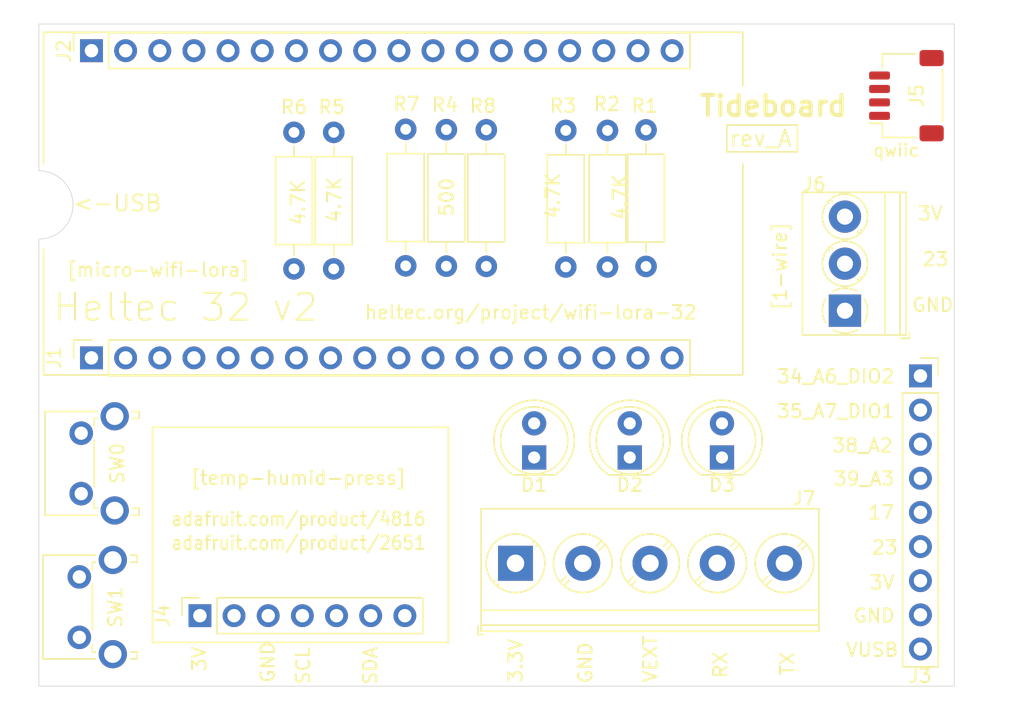
<source format=kicad_pcb>
(kicad_pcb (version 20171130) (host pcbnew 5.1.9-73d0e3b20d~88~ubuntu18.04.1)

  (general
    (thickness 1.6)
    (drawings 59)
    (tracks 0)
    (zones 0)
    (modules 20)
    (nets 17)
  )

  (page A4)
  (layers
    (0 F.Cu signal)
    (31 B.Cu signal)
    (32 B.Adhes user)
    (33 F.Adhes user)
    (34 B.Paste user)
    (35 F.Paste user)
    (36 B.SilkS user)
    (37 F.SilkS user)
    (38 B.Mask user)
    (39 F.Mask user)
    (40 Dwgs.User user)
    (41 Cmts.User user)
    (42 Eco1.User user)
    (43 Eco2.User user)
    (44 Edge.Cuts user)
    (45 Margin user)
    (46 B.CrtYd user)
    (47 F.CrtYd user)
    (48 B.Fab user)
    (49 F.Fab user)
  )

  (setup
    (last_trace_width 0.25)
    (user_trace_width 0.3048)
    (user_trace_width 0.4)
    (user_trace_width 0.508)
    (user_trace_width 0.8)
    (user_trace_width 0.85)
    (trace_clearance 0.2)
    (zone_clearance 0.508)
    (zone_45_only no)
    (trace_min 0.2)
    (via_size 0.8)
    (via_drill 0.4)
    (via_min_size 0.4)
    (via_min_drill 0.3)
    (uvia_size 0.3)
    (uvia_drill 0.1)
    (uvias_allowed no)
    (uvia_min_size 0.2)
    (uvia_min_drill 0.1)
    (edge_width 0.05)
    (segment_width 0.2)
    (pcb_text_width 0.3)
    (pcb_text_size 1.5 1.5)
    (mod_edge_width 0.12)
    (mod_text_size 1 1)
    (mod_text_width 0.15)
    (pad_size 1.524 1.524)
    (pad_drill 0.762)
    (pad_to_mask_clearance 0.05)
    (aux_axis_origin 0 0)
    (visible_elements FFFFF7FF)
    (pcbplotparams
      (layerselection 0x010fc_ffffffff)
      (usegerberextensions false)
      (usegerberattributes true)
      (usegerberadvancedattributes true)
      (creategerberjobfile true)
      (excludeedgelayer true)
      (linewidth 0.100000)
      (plotframeref false)
      (viasonmask false)
      (mode 1)
      (useauxorigin false)
      (hpglpennumber 1)
      (hpglpenspeed 20)
      (hpglpendiameter 15.000000)
      (psnegative false)
      (psa4output false)
      (plotreference true)
      (plotvalue true)
      (plotinvisibletext false)
      (padsonsilk false)
      (subtractmaskfromsilk false)
      (outputformat 1)
      (mirror false)
      (drillshape 0)
      (scaleselection 1)
      (outputdirectory "gerber/"))
  )

  (net 0 "")
  (net 1 +3V3)
  (net 2 GND)
  (net 3 SDA)
  (net 4 SCL)
  (net 5 38_A2)
  (net 6 37_A1)
  (net 7 36_A0)
  (net 8 "Net-(D1-Pad1)")
  (net 9 39_A3)
  (net 10 5V)
  (net 11 23)
  (net 12 17)
  (net 13 34_ADC6_DIO2)
  (net 14 35_ADC7_DIO1)
  (net 15 "Net-(D2-Pad1)")
  (net 16 "Net-(D3-Pad1)")

  (net_class Default "This is the default net class."
    (clearance 0.2)
    (trace_width 0.25)
    (via_dia 0.8)
    (via_drill 0.4)
    (uvia_dia 0.3)
    (uvia_drill 0.1)
    (add_net +3V3)
    (add_net 17)
    (add_net 23)
    (add_net 25_LED)
    (add_net 34_ADC6_DIO2)
    (add_net 35_ADC7_DIO1)
    (add_net 36_A0)
    (add_net 37_A1)
    (add_net 38_A2)
    (add_net 39_A3)
    (add_net 5V)
    (add_net GND)
    (add_net "Net-(D1-Pad1)")
    (add_net "Net-(D2-Pad1)")
    (add_net "Net-(D3-Pad1)")
    (add_net "Net-(J1-Pad10)")
    (add_net "Net-(J1-Pad12)")
    (add_net "Net-(J1-Pad13)")
    (add_net "Net-(J1-Pad14)")
    (add_net "Net-(J1-Pad15)")
    (add_net "Net-(J1-Pad16)")
    (add_net "Net-(J1-Pad18)")
    (add_net "Net-(J1-Pad4)")
    (add_net "Net-(J1-Pad8)")
    (add_net "Net-(J2-Pad10)")
    (add_net "Net-(J2-Pad11)")
    (add_net "Net-(J2-Pad13)")
    (add_net "Net-(J2-Pad14)")
    (add_net "Net-(J2-Pad15)")
    (add_net "Net-(J2-Pad16)")
    (add_net "Net-(J2-Pad17)")
    (add_net "Net-(J2-Pad3)")
    (add_net "Net-(J4-Pad2)")
    (add_net "Net-(J4-Pad5)")
    (add_net "Net-(J4-Pad7)")
    (add_net "Net-(J7-Pad1)")
    (add_net "Net-(J7-Pad2)")
    (add_net "Net-(J7-Pad3)")
    (add_net "Net-(J7-Pad4)")
    (add_net "Net-(J7-Pad5)")
    (add_net RST)
    (add_net RX)
    (add_net SCL)
    (add_net SDA)
    (add_net TX)
    (add_net VEXT)
  )

  (module Resistor_THT:R_Axial_DIN0207_L6.3mm_D2.5mm_P10.16mm_Horizontal (layer F.Cu) (tedit 5AE5139B) (tstamp 6007BFFD)
    (at 123.19 85.598 90)
    (descr "Resistor, Axial_DIN0207 series, Axial, Horizontal, pin pitch=10.16mm, 0.25W = 1/4W, length*diameter=6.3*2.5mm^2, http://cdn-reichelt.de/documents/datenblatt/B400/1_4W%23YAG.pdf")
    (tags "Resistor Axial_DIN0207 series Axial Horizontal pin pitch 10.16mm 0.25W = 1/4W length 6.3mm diameter 2.5mm")
    (path /601C10B0)
    (fp_text reference R8 (at 11.938 -0.254 180) (layer F.SilkS)
      (effects (font (size 1 1) (thickness 0.15)))
    )
    (fp_text value 500R (at 5.08 2.37 90) (layer F.Fab)
      (effects (font (size 1 1) (thickness 0.15)))
    )
    (fp_text user %R (at 5.08 0 90) (layer F.Fab)
      (effects (font (size 1 1) (thickness 0.15)))
    )
    (fp_line (start 1.93 -1.25) (end 1.93 1.25) (layer F.Fab) (width 0.1))
    (fp_line (start 1.93 1.25) (end 8.23 1.25) (layer F.Fab) (width 0.1))
    (fp_line (start 8.23 1.25) (end 8.23 -1.25) (layer F.Fab) (width 0.1))
    (fp_line (start 8.23 -1.25) (end 1.93 -1.25) (layer F.Fab) (width 0.1))
    (fp_line (start 0 0) (end 1.93 0) (layer F.Fab) (width 0.1))
    (fp_line (start 10.16 0) (end 8.23 0) (layer F.Fab) (width 0.1))
    (fp_line (start 1.81 -1.37) (end 1.81 1.37) (layer F.SilkS) (width 0.12))
    (fp_line (start 1.81 1.37) (end 8.35 1.37) (layer F.SilkS) (width 0.12))
    (fp_line (start 8.35 1.37) (end 8.35 -1.37) (layer F.SilkS) (width 0.12))
    (fp_line (start 8.35 -1.37) (end 1.81 -1.37) (layer F.SilkS) (width 0.12))
    (fp_line (start 1.04 0) (end 1.81 0) (layer F.SilkS) (width 0.12))
    (fp_line (start 9.12 0) (end 8.35 0) (layer F.SilkS) (width 0.12))
    (fp_line (start -1.05 -1.5) (end -1.05 1.5) (layer F.CrtYd) (width 0.05))
    (fp_line (start -1.05 1.5) (end 11.21 1.5) (layer F.CrtYd) (width 0.05))
    (fp_line (start 11.21 1.5) (end 11.21 -1.5) (layer F.CrtYd) (width 0.05))
    (fp_line (start 11.21 -1.5) (end -1.05 -1.5) (layer F.CrtYd) (width 0.05))
    (pad 2 thru_hole oval (at 10.16 0 90) (size 1.6 1.6) (drill 0.8) (layers *.Cu *.Mask)
      (net 2 GND))
    (pad 1 thru_hole circle (at 0 0 90) (size 1.6 1.6) (drill 0.8) (layers *.Cu *.Mask)
      (net 16 "Net-(D3-Pad1)"))
    (model ${KISYS3DMOD}/Resistor_THT.3dshapes/R_Axial_DIN0207_L6.3mm_D2.5mm_P10.16mm_Horizontal.wrl
      (at (xyz 0 0 0))
      (scale (xyz 1 1 1))
      (rotate (xyz 0 0 0))
    )
  )

  (module LED_THT:LED_D5.0mm (layer F.Cu) (tedit 5995936A) (tstamp 6007BC92)
    (at 140.716 99.822 90)
    (descr "LED, diameter 5.0mm, 2 pins, http://cdn-reichelt.de/documents/datenblatt/A500/LL-504BC2E-009.pdf")
    (tags "LED diameter 5.0mm 2 pins")
    (path /601C12D2)
    (fp_text reference D3 (at -2.032 0 180) (layer F.SilkS)
      (effects (font (size 1 1) (thickness 0.15)))
    )
    (fp_text value LED (at 1.27 3.96 90) (layer F.Fab)
      (effects (font (size 1 1) (thickness 0.15)))
    )
    (fp_text user %R (at 1.25 0 90) (layer F.Fab)
      (effects (font (size 0.8 0.8) (thickness 0.2)))
    )
    (fp_arc (start 1.27 0) (end -1.29 1.54483) (angle -148.9) (layer F.SilkS) (width 0.12))
    (fp_arc (start 1.27 0) (end -1.29 -1.54483) (angle 148.9) (layer F.SilkS) (width 0.12))
    (fp_arc (start 1.27 0) (end -1.23 -1.469694) (angle 299.1) (layer F.Fab) (width 0.1))
    (fp_circle (center 1.27 0) (end 3.77 0) (layer F.Fab) (width 0.1))
    (fp_circle (center 1.27 0) (end 3.77 0) (layer F.SilkS) (width 0.12))
    (fp_line (start -1.23 -1.469694) (end -1.23 1.469694) (layer F.Fab) (width 0.1))
    (fp_line (start -1.29 -1.545) (end -1.29 1.545) (layer F.SilkS) (width 0.12))
    (fp_line (start -1.95 -3.25) (end -1.95 3.25) (layer F.CrtYd) (width 0.05))
    (fp_line (start -1.95 3.25) (end 4.5 3.25) (layer F.CrtYd) (width 0.05))
    (fp_line (start 4.5 3.25) (end 4.5 -3.25) (layer F.CrtYd) (width 0.05))
    (fp_line (start 4.5 -3.25) (end -1.95 -3.25) (layer F.CrtYd) (width 0.05))
    (pad 2 thru_hole circle (at 2.54 0 90) (size 1.8 1.8) (drill 0.9) (layers *.Cu *.Mask)
      (net 12 17))
    (pad 1 thru_hole rect (at 0 0 90) (size 1.8 1.8) (drill 0.9) (layers *.Cu *.Mask)
      (net 16 "Net-(D3-Pad1)"))
    (model ${KISYS3DMOD}/LED_THT.3dshapes/LED_D5.0mm.wrl
      (at (xyz 0 0 0))
      (scale (xyz 1 1 1))
      (rotate (xyz 0 0 0))
    )
  )

  (module Connector_PinSocket_2.54mm:PinSocket_1x09_P2.54mm_Vertical (layer F.Cu) (tedit 5A19A431) (tstamp 60079CB3)
    (at 155.4734 93.7514)
    (descr "Through hole straight socket strip, 1x09, 2.54mm pitch, single row (from Kicad 4.0.7), script generated")
    (tags "Through hole socket strip THT 1x09 2.54mm single row")
    (path /6013E4F2)
    (fp_text reference J3 (at -0.0254 22.3266) (layer F.SilkS)
      (effects (font (size 1 1) (thickness 0.15)))
    )
    (fp_text value Conn_01x09_Female (at 0 23.09) (layer F.Fab)
      (effects (font (size 1 1) (thickness 0.15)))
    )
    (fp_text user %R (at 0 10.16 90) (layer F.Fab)
      (effects (font (size 1 1) (thickness 0.15)))
    )
    (fp_line (start -1.27 -1.27) (end 0.635 -1.27) (layer F.Fab) (width 0.1))
    (fp_line (start 0.635 -1.27) (end 1.27 -0.635) (layer F.Fab) (width 0.1))
    (fp_line (start 1.27 -0.635) (end 1.27 21.59) (layer F.Fab) (width 0.1))
    (fp_line (start 1.27 21.59) (end -1.27 21.59) (layer F.Fab) (width 0.1))
    (fp_line (start -1.27 21.59) (end -1.27 -1.27) (layer F.Fab) (width 0.1))
    (fp_line (start -1.33 1.27) (end 1.33 1.27) (layer F.SilkS) (width 0.12))
    (fp_line (start -1.33 1.27) (end -1.33 21.65) (layer F.SilkS) (width 0.12))
    (fp_line (start -1.33 21.65) (end 1.33 21.65) (layer F.SilkS) (width 0.12))
    (fp_line (start 1.33 1.27) (end 1.33 21.65) (layer F.SilkS) (width 0.12))
    (fp_line (start 1.33 -1.33) (end 1.33 0) (layer F.SilkS) (width 0.12))
    (fp_line (start 0 -1.33) (end 1.33 -1.33) (layer F.SilkS) (width 0.12))
    (fp_line (start -1.8 -1.8) (end 1.75 -1.8) (layer F.CrtYd) (width 0.05))
    (fp_line (start 1.75 -1.8) (end 1.75 22.1) (layer F.CrtYd) (width 0.05))
    (fp_line (start 1.75 22.1) (end -1.8 22.1) (layer F.CrtYd) (width 0.05))
    (fp_line (start -1.8 22.1) (end -1.8 -1.8) (layer F.CrtYd) (width 0.05))
    (pad 9 thru_hole oval (at 0 20.32) (size 1.7 1.7) (drill 1) (layers *.Cu *.Mask)
      (net 10 5V))
    (pad 8 thru_hole oval (at 0 17.78) (size 1.7 1.7) (drill 1) (layers *.Cu *.Mask)
      (net 2 GND))
    (pad 7 thru_hole oval (at 0 15.24) (size 1.7 1.7) (drill 1) (layers *.Cu *.Mask)
      (net 1 +3V3))
    (pad 6 thru_hole oval (at 0 12.7) (size 1.7 1.7) (drill 1) (layers *.Cu *.Mask)
      (net 11 23))
    (pad 5 thru_hole oval (at 0 10.16) (size 1.7 1.7) (drill 1) (layers *.Cu *.Mask)
      (net 12 17))
    (pad 4 thru_hole oval (at 0 7.62) (size 1.7 1.7) (drill 1) (layers *.Cu *.Mask)
      (net 9 39_A3))
    (pad 3 thru_hole oval (at 0 5.08) (size 1.7 1.7) (drill 1) (layers *.Cu *.Mask)
      (net 5 38_A2))
    (pad 2 thru_hole oval (at 0 2.54) (size 1.7 1.7) (drill 1) (layers *.Cu *.Mask)
      (net 14 35_ADC7_DIO1))
    (pad 1 thru_hole rect (at 0 0) (size 1.7 1.7) (drill 1) (layers *.Cu *.Mask)
      (net 13 34_ADC6_DIO2))
    (model ${KISYS3DMOD}/Connector_PinSocket_2.54mm.3dshapes/PinSocket_1x09_P2.54mm_Vertical.wrl
      (at (xyz 0 0 0))
      (scale (xyz 1 1 1))
      (rotate (xyz 0 0 0))
    )
  )

  (module Resistor_THT:R_Axial_DIN0207_L6.3mm_D2.5mm_P10.16mm_Horizontal (layer F.Cu) (tedit 5AE5139B) (tstamp 60078479)
    (at 117.1956 85.5599 90)
    (descr "Resistor, Axial_DIN0207 series, Axial, Horizontal, pin pitch=10.16mm, 0.25W = 1/4W, length*diameter=6.3*2.5mm^2, http://cdn-reichelt.de/documents/datenblatt/B400/1_4W%23YAG.pdf")
    (tags "Resistor Axial_DIN0207 series Axial Horizontal pin pitch 10.16mm 0.25W = 1/4W length 6.3mm diameter 2.5mm")
    (path /60113411)
    (fp_text reference R7 (at 12.0396 0.0635 180) (layer F.SilkS)
      (effects (font (size 1 1) (thickness 0.15)))
    )
    (fp_text value 500R (at 5.08 2.37 90) (layer F.Fab)
      (effects (font (size 1 1) (thickness 0.15)))
    )
    (fp_text user %R (at 5.08 0 90) (layer F.Fab)
      (effects (font (size 1 1) (thickness 0.15)))
    )
    (fp_line (start 1.93 -1.25) (end 1.93 1.25) (layer F.Fab) (width 0.1))
    (fp_line (start 1.93 1.25) (end 8.23 1.25) (layer F.Fab) (width 0.1))
    (fp_line (start 8.23 1.25) (end 8.23 -1.25) (layer F.Fab) (width 0.1))
    (fp_line (start 8.23 -1.25) (end 1.93 -1.25) (layer F.Fab) (width 0.1))
    (fp_line (start 0 0) (end 1.93 0) (layer F.Fab) (width 0.1))
    (fp_line (start 10.16 0) (end 8.23 0) (layer F.Fab) (width 0.1))
    (fp_line (start 1.81 -1.37) (end 1.81 1.37) (layer F.SilkS) (width 0.12))
    (fp_line (start 1.81 1.37) (end 8.35 1.37) (layer F.SilkS) (width 0.12))
    (fp_line (start 8.35 1.37) (end 8.35 -1.37) (layer F.SilkS) (width 0.12))
    (fp_line (start 8.35 -1.37) (end 1.81 -1.37) (layer F.SilkS) (width 0.12))
    (fp_line (start 1.04 0) (end 1.81 0) (layer F.SilkS) (width 0.12))
    (fp_line (start 9.12 0) (end 8.35 0) (layer F.SilkS) (width 0.12))
    (fp_line (start -1.05 -1.5) (end -1.05 1.5) (layer F.CrtYd) (width 0.05))
    (fp_line (start -1.05 1.5) (end 11.21 1.5) (layer F.CrtYd) (width 0.05))
    (fp_line (start 11.21 1.5) (end 11.21 -1.5) (layer F.CrtYd) (width 0.05))
    (fp_line (start 11.21 -1.5) (end -1.05 -1.5) (layer F.CrtYd) (width 0.05))
    (pad 2 thru_hole oval (at 10.16 0 90) (size 1.6 1.6) (drill 0.8) (layers *.Cu *.Mask)
      (net 2 GND))
    (pad 1 thru_hole circle (at 0 0 90) (size 1.6 1.6) (drill 0.8) (layers *.Cu *.Mask)
      (net 15 "Net-(D2-Pad1)"))
    (model ${KISYS3DMOD}/Resistor_THT.3dshapes/R_Axial_DIN0207_L6.3mm_D2.5mm_P10.16mm_Horizontal.wrl
      (at (xyz 0 0 0))
      (scale (xyz 1 1 1))
      (rotate (xyz 0 0 0))
    )
  )

  (module LED_THT:LED_D5.0mm (layer F.Cu) (tedit 5995936A) (tstamp 600780CA)
    (at 133.858 99.822 90)
    (descr "LED, diameter 5.0mm, 2 pins, http://cdn-reichelt.de/documents/datenblatt/A500/LL-504BC2E-009.pdf")
    (tags "LED diameter 5.0mm 2 pins")
    (path /601137B1)
    (fp_text reference D2 (at -2.032 0 180) (layer F.SilkS)
      (effects (font (size 1 1) (thickness 0.15)))
    )
    (fp_text value LED (at 1.27 3.96 90) (layer F.Fab)
      (effects (font (size 1 1) (thickness 0.15)))
    )
    (fp_text user %R (at 1.25 0 90) (layer F.Fab)
      (effects (font (size 0.8 0.8) (thickness 0.2)))
    )
    (fp_arc (start 1.27 0) (end -1.29 1.54483) (angle -148.9) (layer F.SilkS) (width 0.12))
    (fp_arc (start 1.27 0) (end -1.29 -1.54483) (angle 148.9) (layer F.SilkS) (width 0.12))
    (fp_arc (start 1.27 0) (end -1.23 -1.469694) (angle 299.1) (layer F.Fab) (width 0.1))
    (fp_circle (center 1.27 0) (end 3.77 0) (layer F.Fab) (width 0.1))
    (fp_circle (center 1.27 0) (end 3.77 0) (layer F.SilkS) (width 0.12))
    (fp_line (start -1.23 -1.469694) (end -1.23 1.469694) (layer F.Fab) (width 0.1))
    (fp_line (start -1.29 -1.545) (end -1.29 1.545) (layer F.SilkS) (width 0.12))
    (fp_line (start -1.95 -3.25) (end -1.95 3.25) (layer F.CrtYd) (width 0.05))
    (fp_line (start -1.95 3.25) (end 4.5 3.25) (layer F.CrtYd) (width 0.05))
    (fp_line (start 4.5 3.25) (end 4.5 -3.25) (layer F.CrtYd) (width 0.05))
    (fp_line (start 4.5 -3.25) (end -1.95 -3.25) (layer F.CrtYd) (width 0.05))
    (pad 2 thru_hole circle (at 2.54 0 90) (size 1.8 1.8) (drill 0.9) (layers *.Cu *.Mask)
      (net 12 17))
    (pad 1 thru_hole rect (at 0 0 90) (size 1.8 1.8) (drill 0.9) (layers *.Cu *.Mask)
      (net 15 "Net-(D2-Pad1)"))
    (model ${KISYS3DMOD}/LED_THT.3dshapes/LED_D5.0mm.wrl
      (at (xyz 0 0 0))
      (scale (xyz 1 1 1))
      (rotate (xyz 0 0 0))
    )
  )

  (module TerminalBlock_Phoenix:TerminalBlock_Phoenix_PT-1,5-5-5.0-H_1x05_P5.00mm_Horizontal (layer F.Cu) (tedit 5B294F6A) (tstamp 600769C7)
    (at 125.3617 107.696)
    (descr "Terminal Block Phoenix PT-1,5-5-5.0-H, 5 pins, pitch 5mm, size 25x9mm^2, drill diamater 1.3mm, pad diameter 2.6mm, see http://www.mouser.com/ds/2/324/ItemDetail_1935161-922578.pdf, script-generated using https://github.com/pointhi/kicad-footprint-generator/scripts/TerminalBlock_Phoenix")
    (tags "THT Terminal Block Phoenix PT-1,5-5-5.0-H pitch 5mm size 25x9mm^2 drill 1.3mm pad 2.6mm")
    (path /600D83BE)
    (fp_text reference J7 (at 21.4503 -4.826) (layer F.SilkS)
      (effects (font (size 1 1) (thickness 0.15)))
    )
    (fp_text value Screw_Terminal_01x05 (at 9.1694 -3.2639) (layer F.Fab)
      (effects (font (size 1 1) (thickness 0.15)))
    )
    (fp_line (start 23 -4.5) (end -3 -4.5) (layer F.CrtYd) (width 0.05))
    (fp_line (start 23 5.5) (end 23 -4.5) (layer F.CrtYd) (width 0.05))
    (fp_line (start -3 5.5) (end 23 5.5) (layer F.CrtYd) (width 0.05))
    (fp_line (start -3 -4.5) (end -3 5.5) (layer F.CrtYd) (width 0.05))
    (fp_line (start -2.8 5.3) (end -2.4 5.3) (layer F.SilkS) (width 0.12))
    (fp_line (start -2.8 4.66) (end -2.8 5.3) (layer F.SilkS) (width 0.12))
    (fp_line (start 18.742 0.992) (end 18.347 1.388) (layer F.SilkS) (width 0.12))
    (fp_line (start 21.388 -1.654) (end 21.008 -1.274) (layer F.SilkS) (width 0.12))
    (fp_line (start 18.993 1.274) (end 18.613 1.654) (layer F.SilkS) (width 0.12))
    (fp_line (start 21.654 -1.388) (end 21.259 -0.992) (layer F.SilkS) (width 0.12))
    (fp_line (start 21.273 -1.517) (end 18.484 1.273) (layer F.Fab) (width 0.1))
    (fp_line (start 21.517 -1.273) (end 18.728 1.517) (layer F.Fab) (width 0.1))
    (fp_line (start 13.742 0.992) (end 13.347 1.388) (layer F.SilkS) (width 0.12))
    (fp_line (start 16.388 -1.654) (end 16.008 -1.274) (layer F.SilkS) (width 0.12))
    (fp_line (start 13.993 1.274) (end 13.613 1.654) (layer F.SilkS) (width 0.12))
    (fp_line (start 16.654 -1.388) (end 16.259 -0.992) (layer F.SilkS) (width 0.12))
    (fp_line (start 16.273 -1.517) (end 13.484 1.273) (layer F.Fab) (width 0.1))
    (fp_line (start 16.517 -1.273) (end 13.728 1.517) (layer F.Fab) (width 0.1))
    (fp_line (start 8.742 0.992) (end 8.347 1.388) (layer F.SilkS) (width 0.12))
    (fp_line (start 11.388 -1.654) (end 11.008 -1.274) (layer F.SilkS) (width 0.12))
    (fp_line (start 8.993 1.274) (end 8.613 1.654) (layer F.SilkS) (width 0.12))
    (fp_line (start 11.654 -1.388) (end 11.259 -0.992) (layer F.SilkS) (width 0.12))
    (fp_line (start 11.273 -1.517) (end 8.484 1.273) (layer F.Fab) (width 0.1))
    (fp_line (start 11.517 -1.273) (end 8.728 1.517) (layer F.Fab) (width 0.1))
    (fp_line (start 3.742 0.992) (end 3.347 1.388) (layer F.SilkS) (width 0.12))
    (fp_line (start 6.388 -1.654) (end 6.008 -1.274) (layer F.SilkS) (width 0.12))
    (fp_line (start 3.993 1.274) (end 3.613 1.654) (layer F.SilkS) (width 0.12))
    (fp_line (start 6.654 -1.388) (end 6.259 -0.992) (layer F.SilkS) (width 0.12))
    (fp_line (start 6.273 -1.517) (end 3.484 1.273) (layer F.Fab) (width 0.1))
    (fp_line (start 6.517 -1.273) (end 3.728 1.517) (layer F.Fab) (width 0.1))
    (fp_line (start -1.548 1.281) (end -1.654 1.388) (layer F.SilkS) (width 0.12))
    (fp_line (start 1.388 -1.654) (end 1.281 -1.547) (layer F.SilkS) (width 0.12))
    (fp_line (start -1.282 1.547) (end -1.388 1.654) (layer F.SilkS) (width 0.12))
    (fp_line (start 1.654 -1.388) (end 1.547 -1.281) (layer F.SilkS) (width 0.12))
    (fp_line (start 1.273 -1.517) (end -1.517 1.273) (layer F.Fab) (width 0.1))
    (fp_line (start 1.517 -1.273) (end -1.273 1.517) (layer F.Fab) (width 0.1))
    (fp_line (start 22.56 -4.06) (end 22.56 5.06) (layer F.SilkS) (width 0.12))
    (fp_line (start -2.56 -4.06) (end -2.56 5.06) (layer F.SilkS) (width 0.12))
    (fp_line (start -2.56 5.06) (end 22.56 5.06) (layer F.SilkS) (width 0.12))
    (fp_line (start -2.56 -4.06) (end 22.56 -4.06) (layer F.SilkS) (width 0.12))
    (fp_line (start -2.56 3.5) (end 22.56 3.5) (layer F.SilkS) (width 0.12))
    (fp_line (start -2.5 3.5) (end 22.5 3.5) (layer F.Fab) (width 0.1))
    (fp_line (start -2.56 4.6) (end 22.56 4.6) (layer F.SilkS) (width 0.12))
    (fp_line (start -2.5 4.6) (end 22.5 4.6) (layer F.Fab) (width 0.1))
    (fp_line (start -2.5 4.6) (end -2.5 -4) (layer F.Fab) (width 0.1))
    (fp_line (start -2.1 5) (end -2.5 4.6) (layer F.Fab) (width 0.1))
    (fp_line (start 22.5 5) (end -2.1 5) (layer F.Fab) (width 0.1))
    (fp_line (start 22.5 -4) (end 22.5 5) (layer F.Fab) (width 0.1))
    (fp_line (start -2.5 -4) (end 22.5 -4) (layer F.Fab) (width 0.1))
    (fp_circle (center 20 0) (end 22.18 0) (layer F.SilkS) (width 0.12))
    (fp_circle (center 20 0) (end 22 0) (layer F.Fab) (width 0.1))
    (fp_circle (center 15 0) (end 17.18 0) (layer F.SilkS) (width 0.12))
    (fp_circle (center 15 0) (end 17 0) (layer F.Fab) (width 0.1))
    (fp_circle (center 10 0) (end 12.18 0) (layer F.SilkS) (width 0.12))
    (fp_circle (center 10 0) (end 12 0) (layer F.Fab) (width 0.1))
    (fp_circle (center 5 0) (end 7.18 0) (layer F.SilkS) (width 0.12))
    (fp_circle (center 5 0) (end 7 0) (layer F.Fab) (width 0.1))
    (fp_circle (center 0 0) (end 2.18 0) (layer F.SilkS) (width 0.12))
    (fp_circle (center 0 0) (end 2 0) (layer F.Fab) (width 0.1))
    (fp_text user %R (at 10 2.9) (layer F.Fab)
      (effects (font (size 1 1) (thickness 0.15)))
    )
    (pad 1 thru_hole rect (at 0 0) (size 2.6 2.6) (drill 1.3) (layers *.Cu *.Mask))
    (pad 2 thru_hole circle (at 5 0) (size 2.6 2.6) (drill 1.3) (layers *.Cu *.Mask))
    (pad 3 thru_hole circle (at 10 0) (size 2.6 2.6) (drill 1.3) (layers *.Cu *.Mask))
    (pad 4 thru_hole circle (at 15 0) (size 2.6 2.6) (drill 1.3) (layers *.Cu *.Mask))
    (pad 5 thru_hole circle (at 20 0) (size 2.6 2.6) (drill 1.3) (layers *.Cu *.Mask))
    (model ${KISYS3DMOD}/TerminalBlock_Phoenix.3dshapes/TerminalBlock_Phoenix_PT-1,5-5-5.0-H_1x05_P5.00mm_Horizontal.wrl
      (at (xyz 0 0 0))
      (scale (xyz 1 1 1))
      (rotate (xyz 0 0 0))
    )
  )

  (module Connector_PinSocket_2.54mm:PinSocket_1x07_P2.54mm_Vertical (layer F.Cu) (tedit 5A19A433) (tstamp 5FD6B641)
    (at 101.8921 111.5949 90)
    (descr "Through hole straight socket strip, 1x07, 2.54mm pitch, single row (from Kicad 4.0.7), script generated")
    (tags "Through hole socket strip THT 1x07 2.54mm single row")
    (path /60079B45)
    (fp_text reference J4 (at 0 -2.77 90) (layer F.SilkS)
      (effects (font (size 1 1) (thickness 0.15)))
    )
    (fp_text value Conn_01x07_Female (at 0 18.01 90) (layer F.Fab)
      (effects (font (size 1 1) (thickness 0.15)))
    )
    (fp_text user %R (at 0 7.62) (layer F.Fab)
      (effects (font (size 1 1) (thickness 0.15)))
    )
    (fp_line (start -1.27 -1.27) (end 0.635 -1.27) (layer F.Fab) (width 0.1))
    (fp_line (start 0.635 -1.27) (end 1.27 -0.635) (layer F.Fab) (width 0.1))
    (fp_line (start 1.27 -0.635) (end 1.27 16.51) (layer F.Fab) (width 0.1))
    (fp_line (start 1.27 16.51) (end -1.27 16.51) (layer F.Fab) (width 0.1))
    (fp_line (start -1.27 16.51) (end -1.27 -1.27) (layer F.Fab) (width 0.1))
    (fp_line (start -1.33 1.27) (end 1.33 1.27) (layer F.SilkS) (width 0.12))
    (fp_line (start -1.33 1.27) (end -1.33 16.57) (layer F.SilkS) (width 0.12))
    (fp_line (start -1.33 16.57) (end 1.33 16.57) (layer F.SilkS) (width 0.12))
    (fp_line (start 1.33 1.27) (end 1.33 16.57) (layer F.SilkS) (width 0.12))
    (fp_line (start 1.33 -1.33) (end 1.33 0) (layer F.SilkS) (width 0.12))
    (fp_line (start 0 -1.33) (end 1.33 -1.33) (layer F.SilkS) (width 0.12))
    (fp_line (start -1.8 -1.8) (end 1.75 -1.8) (layer F.CrtYd) (width 0.05))
    (fp_line (start 1.75 -1.8) (end 1.75 17) (layer F.CrtYd) (width 0.05))
    (fp_line (start 1.75 17) (end -1.8 17) (layer F.CrtYd) (width 0.05))
    (fp_line (start -1.8 17) (end -1.8 -1.8) (layer F.CrtYd) (width 0.05))
    (pad 7 thru_hole oval (at 0 15.24 90) (size 1.7 1.7) (drill 1) (layers *.Cu *.Mask))
    (pad 6 thru_hole oval (at 0 12.7 90) (size 1.7 1.7) (drill 1) (layers *.Cu *.Mask)
      (net 3 SDA))
    (pad 5 thru_hole oval (at 0 10.16 90) (size 1.7 1.7) (drill 1) (layers *.Cu *.Mask))
    (pad 4 thru_hole oval (at 0 7.62 90) (size 1.7 1.7) (drill 1) (layers *.Cu *.Mask)
      (net 4 SCL))
    (pad 3 thru_hole oval (at 0 5.08 90) (size 1.7 1.7) (drill 1) (layers *.Cu *.Mask)
      (net 2 GND))
    (pad 2 thru_hole oval (at 0 2.54 90) (size 1.7 1.7) (drill 1) (layers *.Cu *.Mask))
    (pad 1 thru_hole rect (at 0 0 90) (size 1.7 1.7) (drill 1) (layers *.Cu *.Mask)
      (net 1 +3V3))
    (model ${KISYS3DMOD}/Connector_PinSocket_2.54mm.3dshapes/PinSocket_1x07_P2.54mm_Vertical.wrl
      (at (xyz 0 0 0))
      (scale (xyz 1 1 1))
      (rotate (xyz 0 0 0))
    )
  )

  (module TerminalBlock_Phoenix:TerminalBlock_Phoenix_PT-1,5-3-3.5-H_1x03_P3.50mm_Horizontal (layer F.Cu) (tedit 5B294F3F) (tstamp 5FF85D3C)
    (at 149.86 88.9 90)
    (descr "Terminal Block Phoenix PT-1,5-3-3.5-H, 3 pins, pitch 3.5mm, size 10.5x7.6mm^2, drill diamater 1.2mm, pad diameter 2.4mm, see , script-generated using https://github.com/pointhi/kicad-footprint-generator/scripts/TerminalBlock_Phoenix")
    (tags "THT Terminal Block Phoenix PT-1,5-3-3.5-H pitch 3.5mm size 10.5x7.6mm^2 drill 1.2mm pad 2.4mm")
    (path /601266D8)
    (fp_text reference J6 (at 9.398 -2.286) (layer F.SilkS)
      (effects (font (size 1 1) (thickness 0.15)))
    )
    (fp_text value Screw_Terminal_01x03 (at 3.5 5.56 90) (layer F.Fab)
      (effects (font (size 1 1) (thickness 0.15)))
    )
    (fp_line (start 9.25 -3.6) (end -2.25 -3.6) (layer F.CrtYd) (width 0.05))
    (fp_line (start 9.25 5) (end 9.25 -3.6) (layer F.CrtYd) (width 0.05))
    (fp_line (start -2.25 5) (end 9.25 5) (layer F.CrtYd) (width 0.05))
    (fp_line (start -2.25 -3.6) (end -2.25 5) (layer F.CrtYd) (width 0.05))
    (fp_line (start -2.05 4.8) (end -1.65 4.8) (layer F.SilkS) (width 0.12))
    (fp_line (start -2.05 4.16) (end -2.05 4.8) (layer F.SilkS) (width 0.12))
    (fp_line (start 5.855 0.941) (end 5.726 1.069) (layer F.SilkS) (width 0.12))
    (fp_line (start 8.07 -1.275) (end 7.976 -1.181) (layer F.SilkS) (width 0.12))
    (fp_line (start 6.025 1.181) (end 5.931 1.274) (layer F.SilkS) (width 0.12))
    (fp_line (start 8.275 -1.069) (end 8.146 -0.941) (layer F.SilkS) (width 0.12))
    (fp_line (start 7.955 -1.138) (end 5.863 0.955) (layer F.Fab) (width 0.1))
    (fp_line (start 8.138 -0.955) (end 6.046 1.138) (layer F.Fab) (width 0.1))
    (fp_line (start 2.355 0.941) (end 2.226 1.069) (layer F.SilkS) (width 0.12))
    (fp_line (start 4.57 -1.275) (end 4.476 -1.181) (layer F.SilkS) (width 0.12))
    (fp_line (start 2.525 1.181) (end 2.431 1.274) (layer F.SilkS) (width 0.12))
    (fp_line (start 4.775 -1.069) (end 4.646 -0.941) (layer F.SilkS) (width 0.12))
    (fp_line (start 4.455 -1.138) (end 2.363 0.955) (layer F.Fab) (width 0.1))
    (fp_line (start 4.638 -0.955) (end 2.546 1.138) (layer F.Fab) (width 0.1))
    (fp_line (start 0.955 -1.138) (end -1.138 0.955) (layer F.Fab) (width 0.1))
    (fp_line (start 1.138 -0.955) (end -0.955 1.138) (layer F.Fab) (width 0.1))
    (fp_line (start 8.81 -3.16) (end 8.81 4.56) (layer F.SilkS) (width 0.12))
    (fp_line (start -1.81 -3.16) (end -1.81 4.56) (layer F.SilkS) (width 0.12))
    (fp_line (start -1.81 4.56) (end 8.81 4.56) (layer F.SilkS) (width 0.12))
    (fp_line (start -1.81 -3.16) (end 8.81 -3.16) (layer F.SilkS) (width 0.12))
    (fp_line (start -1.81 3) (end 8.81 3) (layer F.SilkS) (width 0.12))
    (fp_line (start -1.75 3) (end 8.75 3) (layer F.Fab) (width 0.1))
    (fp_line (start -1.81 4.1) (end 8.81 4.1) (layer F.SilkS) (width 0.12))
    (fp_line (start -1.75 4.1) (end 8.75 4.1) (layer F.Fab) (width 0.1))
    (fp_line (start -1.75 4.1) (end -1.75 -3.1) (layer F.Fab) (width 0.1))
    (fp_line (start -1.35 4.5) (end -1.75 4.1) (layer F.Fab) (width 0.1))
    (fp_line (start 8.75 4.5) (end -1.35 4.5) (layer F.Fab) (width 0.1))
    (fp_line (start 8.75 -3.1) (end 8.75 4.5) (layer F.Fab) (width 0.1))
    (fp_line (start -1.75 -3.1) (end 8.75 -3.1) (layer F.Fab) (width 0.1))
    (fp_circle (center 7 0) (end 8.68 0) (layer F.SilkS) (width 0.12))
    (fp_circle (center 7 0) (end 8.5 0) (layer F.Fab) (width 0.1))
    (fp_circle (center 3.5 0) (end 5.18 0) (layer F.SilkS) (width 0.12))
    (fp_circle (center 3.5 0) (end 5 0) (layer F.Fab) (width 0.1))
    (fp_circle (center 0 0) (end 1.5 0) (layer F.Fab) (width 0.1))
    (fp_text user %R (at 3.5 2.4 90) (layer F.Fab)
      (effects (font (size 1 1) (thickness 0.15)))
    )
    (fp_arc (start 0 0) (end -0.866 1.44) (angle -32) (layer F.SilkS) (width 0.12))
    (fp_arc (start 0 0) (end -1.44 -0.866) (angle -63) (layer F.SilkS) (width 0.12))
    (fp_arc (start 0 0) (end 0.866 -1.44) (angle -63) (layer F.SilkS) (width 0.12))
    (fp_arc (start 0 0) (end 1.425 0.891) (angle -64) (layer F.SilkS) (width 0.12))
    (fp_arc (start 0 0) (end 0 1.68) (angle -32) (layer F.SilkS) (width 0.12))
    (pad 3 thru_hole circle (at 7 0 90) (size 2.4 2.4) (drill 1.2) (layers *.Cu *.Mask)
      (net 1 +3V3))
    (pad 2 thru_hole circle (at 3.5 0 90) (size 2.4 2.4) (drill 1.2) (layers *.Cu *.Mask)
      (net 11 23))
    (pad 1 thru_hole rect (at 0 0 90) (size 2.4 2.4) (drill 1.2) (layers *.Cu *.Mask)
      (net 2 GND))
    (model ${KISYS3DMOD}/TerminalBlock_Phoenix.3dshapes/TerminalBlock_Phoenix_PT-1,5-3-3.5-H_1x03_P3.50mm_Horizontal.wrl
      (at (xyz 0 0 0))
      (scale (xyz 1 1 1))
      (rotate (xyz 0 0 0))
    )
  )

  (module Resistor_THT:R_Axial_DIN0207_L6.3mm_D2.5mm_P10.16mm_Horizontal (layer F.Cu) (tedit 5AE5139B) (tstamp 5FF86F07)
    (at 135.068 75.4443 270)
    (descr "Resistor, Axial_DIN0207 series, Axial, Horizontal, pin pitch=10.16mm, 0.25W = 1/4W, length*diameter=6.3*2.5mm^2, http://cdn-reichelt.de/documents/datenblatt/B400/1_4W%23YAG.pdf")
    (tags "Resistor Axial_DIN0207 series Axial Horizontal pin pitch 10.16mm 0.25W = 1/4W length 6.3mm diameter 2.5mm")
    (path /601290C7)
    (fp_text reference R1 (at -1.8 0.1 180) (layer F.SilkS)
      (effects (font (size 1 1) (thickness 0.15)))
    )
    (fp_text value R (at 5.08 2.37 90) (layer F.Fab)
      (effects (font (size 1 1) (thickness 0.15)))
    )
    (fp_line (start 11.21 -1.5) (end -1.05 -1.5) (layer F.CrtYd) (width 0.05))
    (fp_line (start 11.21 1.5) (end 11.21 -1.5) (layer F.CrtYd) (width 0.05))
    (fp_line (start -1.05 1.5) (end 11.21 1.5) (layer F.CrtYd) (width 0.05))
    (fp_line (start -1.05 -1.5) (end -1.05 1.5) (layer F.CrtYd) (width 0.05))
    (fp_line (start 9.12 0) (end 8.35 0) (layer F.SilkS) (width 0.12))
    (fp_line (start 1.04 0) (end 1.81 0) (layer F.SilkS) (width 0.12))
    (fp_line (start 8.35 -1.37) (end 1.81 -1.37) (layer F.SilkS) (width 0.12))
    (fp_line (start 8.35 1.37) (end 8.35 -1.37) (layer F.SilkS) (width 0.12))
    (fp_line (start 1.81 1.37) (end 8.35 1.37) (layer F.SilkS) (width 0.12))
    (fp_line (start 1.81 -1.37) (end 1.81 1.37) (layer F.SilkS) (width 0.12))
    (fp_line (start 10.16 0) (end 8.23 0) (layer F.Fab) (width 0.1))
    (fp_line (start 0 0) (end 1.93 0) (layer F.Fab) (width 0.1))
    (fp_line (start 8.23 -1.25) (end 1.93 -1.25) (layer F.Fab) (width 0.1))
    (fp_line (start 8.23 1.25) (end 8.23 -1.25) (layer F.Fab) (width 0.1))
    (fp_line (start 1.93 1.25) (end 8.23 1.25) (layer F.Fab) (width 0.1))
    (fp_line (start 1.93 -1.25) (end 1.93 1.25) (layer F.Fab) (width 0.1))
    (fp_text user %R (at 5.08 0 90) (layer F.Fab)
      (effects (font (size 1 1) (thickness 0.15)))
    )
    (pad 2 thru_hole oval (at 10.16 0 270) (size 1.6 1.6) (drill 0.8) (layers *.Cu *.Mask)
      (net 11 23))
    (pad 1 thru_hole circle (at 0 0 270) (size 1.6 1.6) (drill 0.8) (layers *.Cu *.Mask)
      (net 1 +3V3))
    (model ${KISYS3DMOD}/Resistor_THT.3dshapes/R_Axial_DIN0207_L6.3mm_D2.5mm_P10.16mm_Horizontal.wrl
      (at (xyz 0 0 0))
      (scale (xyz 1 1 1))
      (rotate (xyz 0 0 0))
    )
  )

  (module Connector_PinSocket_2.54mm:PinSocket_1x18_P2.54mm_Vertical (layer F.Cu) (tedit 5A19A434) (tstamp 5FD5C073)
    (at 93.828 69.5503 90)
    (descr "Through hole straight socket strip, 1x18, 2.54mm pitch, single row (from Kicad 4.0.7), script generated")
    (tags "Through hole socket strip THT 1x18 2.54mm single row")
    (path /5FB65139)
    (fp_text reference J2 (at -0.023 -2.053 90) (layer F.SilkS)
      (effects (font (size 1 1) (thickness 0.15)))
    )
    (fp_text value Conn_01x18_Female (at -2.948 5.572 180) (layer F.Fab)
      (effects (font (size 1 1) (thickness 0.15)))
    )
    (fp_line (start -1.8 44.95) (end -1.8 -1.8) (layer F.CrtYd) (width 0.05))
    (fp_line (start 1.75 44.95) (end -1.8 44.95) (layer F.CrtYd) (width 0.05))
    (fp_line (start 1.75 -1.8) (end 1.75 44.95) (layer F.CrtYd) (width 0.05))
    (fp_line (start -1.8 -1.8) (end 1.75 -1.8) (layer F.CrtYd) (width 0.05))
    (fp_line (start 0 -1.33) (end 1.33 -1.33) (layer F.SilkS) (width 0.12))
    (fp_line (start 1.33 -1.33) (end 1.33 0) (layer F.SilkS) (width 0.12))
    (fp_line (start 1.33 1.27) (end 1.33 44.51) (layer F.SilkS) (width 0.12))
    (fp_line (start -1.33 44.51) (end 1.33 44.51) (layer F.SilkS) (width 0.12))
    (fp_line (start -1.33 1.27) (end -1.33 44.51) (layer F.SilkS) (width 0.12))
    (fp_line (start -1.33 1.27) (end 1.33 1.27) (layer F.SilkS) (width 0.12))
    (fp_line (start -1.27 44.45) (end -1.27 -1.27) (layer F.Fab) (width 0.1))
    (fp_line (start 1.27 44.45) (end -1.27 44.45) (layer F.Fab) (width 0.1))
    (fp_line (start 1.27 -0.635) (end 1.27 44.45) (layer F.Fab) (width 0.1))
    (fp_line (start 0.635 -1.27) (end 1.27 -0.635) (layer F.Fab) (width 0.1))
    (fp_line (start -1.27 -1.27) (end 0.635 -1.27) (layer F.Fab) (width 0.1))
    (fp_text user %R (at 0 21.59) (layer F.Fab)
      (effects (font (size 1 1) (thickness 0.15)))
    )
    (pad 1 thru_hole rect (at 0 0 90) (size 1.7 1.7) (drill 1) (layers *.Cu *.Mask)
      (net 2 GND))
    (pad 2 thru_hole oval (at 0 2.54 90) (size 1.7 1.7) (drill 1) (layers *.Cu *.Mask)
      (net 1 +3V3))
    (pad 3 thru_hole oval (at 0 5.08 90) (size 1.7 1.7) (drill 1) (layers *.Cu *.Mask))
    (pad 4 thru_hole oval (at 0 7.62 90) (size 1.7 1.7) (drill 1) (layers *.Cu *.Mask)
      (net 7 36_A0))
    (pad 5 thru_hole oval (at 0 10.16 90) (size 1.7 1.7) (drill 1) (layers *.Cu *.Mask)
      (net 6 37_A1))
    (pad 6 thru_hole oval (at 0 12.7 90) (size 1.7 1.7) (drill 1) (layers *.Cu *.Mask)
      (net 5 38_A2))
    (pad 7 thru_hole oval (at 0 15.24 90) (size 1.7 1.7) (drill 1) (layers *.Cu *.Mask)
      (net 9 39_A3))
    (pad 8 thru_hole oval (at 0 17.78 90) (size 1.7 1.7) (drill 1) (layers *.Cu *.Mask)
      (net 13 34_ADC6_DIO2))
    (pad 9 thru_hole oval (at 0 20.32 90) (size 1.7 1.7) (drill 1) (layers *.Cu *.Mask)
      (net 14 35_ADC7_DIO1))
    (pad 10 thru_hole oval (at 0 22.86 90) (size 1.7 1.7) (drill 1) (layers *.Cu *.Mask))
    (pad 11 thru_hole oval (at 0 25.4 90) (size 1.7 1.7) (drill 1) (layers *.Cu *.Mask))
    (pad 12 thru_hole oval (at 0 27.94 90) (size 1.7 1.7) (drill 1) (layers *.Cu *.Mask))
    (pad 13 thru_hole oval (at 0 30.48 90) (size 1.7 1.7) (drill 1) (layers *.Cu *.Mask))
    (pad 14 thru_hole oval (at 0 33.02 90) (size 1.7 1.7) (drill 1) (layers *.Cu *.Mask))
    (pad 15 thru_hole oval (at 0 35.56 90) (size 1.7 1.7) (drill 1) (layers *.Cu *.Mask))
    (pad 16 thru_hole oval (at 0 38.1 90) (size 1.7 1.7) (drill 1) (layers *.Cu *.Mask))
    (pad 17 thru_hole oval (at 0 40.64 90) (size 1.7 1.7) (drill 1) (layers *.Cu *.Mask))
    (pad 18 thru_hole oval (at 0 43.18 90) (size 1.7 1.7) (drill 1) (layers *.Cu *.Mask)
      (net 3 SDA))
    (model ${KISYS3DMOD}/Connector_PinSocket_2.54mm.3dshapes/PinSocket_1x18_P2.54mm_Vertical.wrl
      (at (xyz 0 0 0))
      (scale (xyz 1 1 1))
      (rotate (xyz 0 0 0))
    )
  )

  (module Button_Switch_THT:SW_Tactile_SPST_Angled_PTS645Vx58-2LFS (layer F.Cu) (tedit 5A02FE31) (tstamp 5FD6F212)
    (at 93.0656 102.5144 90)
    (descr "tactile switch SPST right angle, PTS645VL58-2 LFS")
    (tags "tactile switch SPST angled PTS645VL58-2 LFS C&K Button")
    (path /5FDC768B)
    (fp_text reference SW0 (at 2.25 2.68 90) (layer F.SilkS)
      (effects (font (size 1 1) (thickness 0.15)))
    )
    (fp_text value SW_Push (at 2.25 5.38988 90) (layer F.Fab)
      (effects (font (size 1 1) (thickness 0.15)))
    )
    (fp_line (start 0.5 -5.85) (end 0.5 -2.59) (layer F.Fab) (width 0.1))
    (fp_line (start 4 -5.85) (end 4 -2.59) (layer F.Fab) (width 0.1))
    (fp_line (start 0.5 -5.85) (end 4 -5.85) (layer F.Fab) (width 0.1))
    (fp_line (start -1.09 0.97) (end -1.09 1.2) (layer F.SilkS) (width 0.12))
    (fp_line (start 5.7 4.2) (end 5.7 0.86) (layer F.Fab) (width 0.1))
    (fp_line (start -1.5 4.2) (end -1.2 4.2) (layer F.Fab) (width 0.1))
    (fp_line (start -1.2 0.86) (end 5.7 0.86) (layer F.Fab) (width 0.1))
    (fp_line (start 6 4.2) (end 6 -2.59) (layer F.Fab) (width 0.1))
    (fp_line (start -2.5 -2.8) (end 7.05 -2.8) (layer F.CrtYd) (width 0.05))
    (fp_line (start 7.05 -2.8) (end 7.05 4.45) (layer F.CrtYd) (width 0.05))
    (fp_line (start 7.05 4.45) (end -2.5 4.45) (layer F.CrtYd) (width 0.05))
    (fp_line (start -2.5 4.45) (end -2.5 -2.8) (layer F.CrtYd) (width 0.05))
    (fp_line (start -1.61 -2.7) (end 6.11 -2.7) (layer F.SilkS) (width 0.12))
    (fp_line (start 6.11 -2.7) (end 6.11 1.2) (layer F.SilkS) (width 0.12))
    (fp_line (start -1.61 4.31) (end -1.09 4.31) (layer F.SilkS) (width 0.12))
    (fp_line (start -1.61 -2.7) (end -1.61 1.2) (layer F.SilkS) (width 0.12))
    (fp_line (start -1.5 -2.59) (end 6 -2.59) (layer F.Fab) (width 0.1))
    (fp_line (start -1.5 4.2) (end -1.5 -2.59) (layer F.Fab) (width 0.1))
    (fp_line (start 5.7 4.2) (end 6 4.2) (layer F.Fab) (width 0.1))
    (fp_line (start -1.2 4.2) (end -1.2 0.86) (layer F.Fab) (width 0.1))
    (fp_line (start 5.59 0.97) (end 5.59 1.2) (layer F.SilkS) (width 0.12))
    (fp_line (start -1.09 3.8) (end -1.09 4.31) (layer F.SilkS) (width 0.12))
    (fp_line (start -1.61 3.8) (end -1.61 4.31) (layer F.SilkS) (width 0.12))
    (fp_line (start 5.05 0.97) (end 5.59 0.97) (layer F.SilkS) (width 0.12))
    (fp_line (start 5.59 3.8) (end 5.59 4.31) (layer F.SilkS) (width 0.12))
    (fp_line (start 5.59 4.31) (end 6.11 4.31) (layer F.SilkS) (width 0.12))
    (fp_line (start 6.11 3.8) (end 6.11 4.31) (layer F.SilkS) (width 0.12))
    (fp_line (start -1.09 0.97) (end -0.55 0.97) (layer F.SilkS) (width 0.12))
    (fp_line (start 0.55 0.97) (end 3.95 0.97) (layer F.SilkS) (width 0.12))
    (fp_text user %R (at 2.25 1.68 90) (layer F.Fab)
      (effects (font (size 1 1) (thickness 0.15)))
    )
    (pad "" thru_hole circle (at 5.76 2.49 90) (size 2.1 2.1) (drill 1.3) (layers *.Cu *.Mask))
    (pad 2 thru_hole circle (at 4.5 0 90) (size 1.75 1.75) (drill 0.99) (layers *.Cu *.Mask)
      (net 2 GND))
    (pad 1 thru_hole circle (at 0 0 90) (size 1.75 1.75) (drill 0.99) (layers *.Cu *.Mask)
      (net 7 36_A0))
    (pad "" thru_hole circle (at -1.25 2.49 90) (size 2.1 2.1) (drill 1.3) (layers *.Cu *.Mask))
    (model ${KISYS3DMOD}/Button_Switch_THT.3dshapes/SW_Tactile_SPST_Angled_PTS645Vx58-2LFS.wrl
      (at (xyz 0 0 0))
      (scale (xyz 1 1 1))
      (rotate (xyz 0 0 0))
    )
  )

  (module Button_Switch_THT:SW_Tactile_SPST_Angled_PTS645Vx58-2LFS (layer F.Cu) (tedit 5A02FE31) (tstamp 5FD6F1EC)
    (at 92.9259 113.2078 90)
    (descr "tactile switch SPST right angle, PTS645VL58-2 LFS")
    (tags "tactile switch SPST angled PTS645VL58-2 LFS C&K Button")
    (path /5FDA65F7)
    (fp_text reference SW1 (at 2.25 2.68 90) (layer F.SilkS)
      (effects (font (size 1 1) (thickness 0.15)))
    )
    (fp_text value SW_Push (at 2.25 5.38988 90) (layer F.Fab)
      (effects (font (size 1 1) (thickness 0.15)))
    )
    (fp_line (start 0.55 0.97) (end 3.95 0.97) (layer F.SilkS) (width 0.12))
    (fp_line (start -1.09 0.97) (end -0.55 0.97) (layer F.SilkS) (width 0.12))
    (fp_line (start 6.11 3.8) (end 6.11 4.31) (layer F.SilkS) (width 0.12))
    (fp_line (start 5.59 4.31) (end 6.11 4.31) (layer F.SilkS) (width 0.12))
    (fp_line (start 5.59 3.8) (end 5.59 4.31) (layer F.SilkS) (width 0.12))
    (fp_line (start 5.05 0.97) (end 5.59 0.97) (layer F.SilkS) (width 0.12))
    (fp_line (start -1.61 3.8) (end -1.61 4.31) (layer F.SilkS) (width 0.12))
    (fp_line (start -1.09 3.8) (end -1.09 4.31) (layer F.SilkS) (width 0.12))
    (fp_line (start 5.59 0.97) (end 5.59 1.2) (layer F.SilkS) (width 0.12))
    (fp_line (start -1.2 4.2) (end -1.2 0.86) (layer F.Fab) (width 0.1))
    (fp_line (start 5.7 4.2) (end 6 4.2) (layer F.Fab) (width 0.1))
    (fp_line (start -1.5 4.2) (end -1.5 -2.59) (layer F.Fab) (width 0.1))
    (fp_line (start -1.5 -2.59) (end 6 -2.59) (layer F.Fab) (width 0.1))
    (fp_line (start -1.61 -2.7) (end -1.61 1.2) (layer F.SilkS) (width 0.12))
    (fp_line (start -1.61 4.31) (end -1.09 4.31) (layer F.SilkS) (width 0.12))
    (fp_line (start 6.11 -2.7) (end 6.11 1.2) (layer F.SilkS) (width 0.12))
    (fp_line (start -1.61 -2.7) (end 6.11 -2.7) (layer F.SilkS) (width 0.12))
    (fp_line (start -2.5 4.45) (end -2.5 -2.8) (layer F.CrtYd) (width 0.05))
    (fp_line (start 7.05 4.45) (end -2.5 4.45) (layer F.CrtYd) (width 0.05))
    (fp_line (start 7.05 -2.8) (end 7.05 4.45) (layer F.CrtYd) (width 0.05))
    (fp_line (start -2.5 -2.8) (end 7.05 -2.8) (layer F.CrtYd) (width 0.05))
    (fp_line (start 6 4.2) (end 6 -2.59) (layer F.Fab) (width 0.1))
    (fp_line (start -1.2 0.86) (end 5.7 0.86) (layer F.Fab) (width 0.1))
    (fp_line (start -1.5 4.2) (end -1.2 4.2) (layer F.Fab) (width 0.1))
    (fp_line (start 5.7 4.2) (end 5.7 0.86) (layer F.Fab) (width 0.1))
    (fp_line (start -1.09 0.97) (end -1.09 1.2) (layer F.SilkS) (width 0.12))
    (fp_line (start 0.5 -5.85) (end 4 -5.85) (layer F.Fab) (width 0.1))
    (fp_line (start 4 -5.85) (end 4 -2.59) (layer F.Fab) (width 0.1))
    (fp_line (start 0.5 -5.85) (end 0.5 -2.59) (layer F.Fab) (width 0.1))
    (fp_text user %R (at 2.25 1.68 90) (layer F.Fab)
      (effects (font (size 1 1) (thickness 0.15)))
    )
    (pad "" thru_hole circle (at -1.25 2.49 90) (size 2.1 2.1) (drill 1.3) (layers *.Cu *.Mask))
    (pad 1 thru_hole circle (at 0 0 90) (size 1.75 1.75) (drill 0.99) (layers *.Cu *.Mask)
      (net 6 37_A1))
    (pad 2 thru_hole circle (at 4.5 0 90) (size 1.75 1.75) (drill 0.99) (layers *.Cu *.Mask)
      (net 2 GND))
    (pad "" thru_hole circle (at 5.76 2.49 90) (size 2.1 2.1) (drill 1.3) (layers *.Cu *.Mask))
    (model ${KISYS3DMOD}/Button_Switch_THT.3dshapes/SW_Tactile_SPST_Angled_PTS645Vx58-2LFS.wrl
      (at (xyz 0 0 0))
      (scale (xyz 1 1 1))
      (rotate (xyz 0 0 0))
    )
  )

  (module Connector_JST:JST_SH_SM04B-SRSS-TB_1x04-1MP_P1.00mm_Horizontal (layer F.Cu) (tedit 5B78AD87) (tstamp 5FF90240)
    (at 154.432 72.898 90)
    (descr "JST SH series connector, SM04B-SRSS-TB (http://www.jst-mfg.com/product/pdf/eng/eSH.pdf), generated with kicad-footprint-generator")
    (tags "connector JST SH top entry")
    (path /5FE6A2E6)
    (attr smd)
    (fp_text reference J5 (at 0 0.762 90) (layer F.SilkS)
      (effects (font (size 1 1) (thickness 0.15)))
    )
    (fp_text value Conn_01x04_Female (at -0.6 -3.6 90) (layer F.Fab)
      (effects (font (size 1 1) (thickness 0.15)))
    )
    (fp_line (start -1.5 -0.967893) (end -1 -1.675) (layer F.Fab) (width 0.1))
    (fp_line (start -2 -1.675) (end -1.5 -0.967893) (layer F.Fab) (width 0.1))
    (fp_line (start 3.9 -3.28) (end -3.9 -3.28) (layer F.CrtYd) (width 0.05))
    (fp_line (start 3.9 3.28) (end 3.9 -3.28) (layer F.CrtYd) (width 0.05))
    (fp_line (start -3.9 3.28) (end 3.9 3.28) (layer F.CrtYd) (width 0.05))
    (fp_line (start -3.9 -3.28) (end -3.9 3.28) (layer F.CrtYd) (width 0.05))
    (fp_line (start 3 -1.675) (end 3 2.575) (layer F.Fab) (width 0.1))
    (fp_line (start -3 -1.675) (end -3 2.575) (layer F.Fab) (width 0.1))
    (fp_line (start -3 2.575) (end 3 2.575) (layer F.Fab) (width 0.1))
    (fp_line (start -1.94 2.685) (end 1.94 2.685) (layer F.SilkS) (width 0.12))
    (fp_line (start 3.11 -1.785) (end 2.06 -1.785) (layer F.SilkS) (width 0.12))
    (fp_line (start 3.11 0.715) (end 3.11 -1.785) (layer F.SilkS) (width 0.12))
    (fp_line (start -2.06 -1.785) (end -2.06 -2.775) (layer F.SilkS) (width 0.12))
    (fp_line (start -3.11 -1.785) (end -2.06 -1.785) (layer F.SilkS) (width 0.12))
    (fp_line (start -3.11 0.715) (end -3.11 -1.785) (layer F.SilkS) (width 0.12))
    (fp_line (start -3 -1.675) (end 3 -1.675) (layer F.Fab) (width 0.1))
    (fp_text user %R (at 0 0 90) (layer F.Fab)
      (effects (font (size 1 1) (thickness 0.15)))
    )
    (pad 1 smd roundrect (at -1.5 -2 90) (size 0.6 1.55) (layers F.Cu F.Paste F.Mask) (roundrect_rratio 0.25)
      (net 2 GND))
    (pad 2 smd roundrect (at -0.5 -2 90) (size 0.6 1.55) (layers F.Cu F.Paste F.Mask) (roundrect_rratio 0.25)
      (net 1 +3V3))
    (pad 3 smd roundrect (at 0.5 -2 90) (size 0.6 1.55) (layers F.Cu F.Paste F.Mask) (roundrect_rratio 0.25)
      (net 3 SDA))
    (pad 4 smd roundrect (at 1.5 -2 90) (size 0.6 1.55) (layers F.Cu F.Paste F.Mask) (roundrect_rratio 0.25)
      (net 4 SCL))
    (pad MP smd roundrect (at -2.8 1.875 90) (size 1.2 1.8) (layers F.Cu F.Paste F.Mask) (roundrect_rratio 0.208333))
    (pad MP smd roundrect (at 2.8 1.875 90) (size 1.2 1.8) (layers F.Cu F.Paste F.Mask) (roundrect_rratio 0.208333))
    (model ${KISYS3DMOD}/Connector_JST.3dshapes/JST_SH_SM04B-SRSS-TB_1x04-1MP_P1.00mm_Horizontal.wrl
      (at (xyz 0 0 0))
      (scale (xyz 1 1 1))
      (rotate (xyz 0 0 0))
    )
  )

  (module Resistor_THT:R_Axial_DIN0207_L6.3mm_D2.5mm_P10.16mm_Horizontal (layer F.Cu) (tedit 5AE5139B) (tstamp 5FF81CA2)
    (at 120.2182 85.5853 90)
    (descr "Resistor, Axial_DIN0207 series, Axial, Horizontal, pin pitch=10.16mm, 0.25W = 1/4W, length*diameter=6.3*2.5mm^2, http://cdn-reichelt.de/documents/datenblatt/B400/1_4W%23YAG.pdf")
    (tags "Resistor Axial_DIN0207 series Axial Horizontal pin pitch 10.16mm 0.25W = 1/4W length 6.3mm diameter 2.5mm")
    (path /5FE7DEE6)
    (fp_text reference R4 (at 12 -0.1 180) (layer F.SilkS)
      (effects (font (size 1 1) (thickness 0.15)))
    )
    (fp_text value 500R (at 5.1562 0.2921 90) (layer F.Fab)
      (effects (font (size 1 1) (thickness 0.15)))
    )
    (fp_line (start 1.93 -1.25) (end 1.93 1.25) (layer F.Fab) (width 0.1))
    (fp_line (start 1.93 1.25) (end 8.23 1.25) (layer F.Fab) (width 0.1))
    (fp_line (start 8.23 1.25) (end 8.23 -1.25) (layer F.Fab) (width 0.1))
    (fp_line (start 8.23 -1.25) (end 1.93 -1.25) (layer F.Fab) (width 0.1))
    (fp_line (start 0 0) (end 1.93 0) (layer F.Fab) (width 0.1))
    (fp_line (start 10.16 0) (end 8.23 0) (layer F.Fab) (width 0.1))
    (fp_line (start 1.81 -1.37) (end 1.81 1.37) (layer F.SilkS) (width 0.12))
    (fp_line (start 1.81 1.37) (end 8.35 1.37) (layer F.SilkS) (width 0.12))
    (fp_line (start 8.35 1.37) (end 8.35 -1.37) (layer F.SilkS) (width 0.12))
    (fp_line (start 8.35 -1.37) (end 1.81 -1.37) (layer F.SilkS) (width 0.12))
    (fp_line (start 1.04 0) (end 1.81 0) (layer F.SilkS) (width 0.12))
    (fp_line (start 9.12 0) (end 8.35 0) (layer F.SilkS) (width 0.12))
    (fp_line (start -1.05 -1.5) (end -1.05 1.5) (layer F.CrtYd) (width 0.05))
    (fp_line (start -1.05 1.5) (end 11.21 1.5) (layer F.CrtYd) (width 0.05))
    (fp_line (start 11.21 1.5) (end 11.21 -1.5) (layer F.CrtYd) (width 0.05))
    (fp_line (start 11.21 -1.5) (end -1.05 -1.5) (layer F.CrtYd) (width 0.05))
    (fp_text user %R (at 11.9716 -0.1321 180) (layer F.Fab)
      (effects (font (size 1 1) (thickness 0.15)))
    )
    (pad 2 thru_hole oval (at 10.16 0 90) (size 1.6 1.6) (drill 0.8) (layers *.Cu *.Mask)
      (net 2 GND))
    (pad 1 thru_hole circle (at 0 0 90) (size 1.6 1.6) (drill 0.8) (layers *.Cu *.Mask)
      (net 8 "Net-(D1-Pad1)"))
    (model ${KISYS3DMOD}/Resistor_THT.3dshapes/R_Axial_DIN0207_L6.3mm_D2.5mm_P10.16mm_Horizontal.wrl
      (at (xyz 0 0 0))
      (scale (xyz 1 1 1))
      (rotate (xyz 0 0 0))
    )
  )

  (module LED_THT:LED_D5.0mm (layer F.Cu) (tedit 5995936A) (tstamp 5FF81CDF)
    (at 126.746 99.822 90)
    (descr "LED, diameter 5.0mm, 2 pins, http://cdn-reichelt.de/documents/datenblatt/A500/LL-504BC2E-009.pdf")
    (tags "LED diameter 5.0mm 2 pins")
    (path /5FE7DEFB)
    (fp_text reference D1 (at -2.032 0 180) (layer F.SilkS)
      (effects (font (size 1 1) (thickness 0.15)))
    )
    (fp_text value LED (at 1.27 3.96 90) (layer F.Fab)
      (effects (font (size 1 1) (thickness 0.15)))
    )
    (fp_circle (center 1.27 0) (end 3.77 0) (layer F.Fab) (width 0.1))
    (fp_circle (center 1.27 0) (end 3.77 0) (layer F.SilkS) (width 0.12))
    (fp_line (start -1.23 -1.469694) (end -1.23 1.469694) (layer F.Fab) (width 0.1))
    (fp_line (start -1.29 -1.545) (end -1.29 1.545) (layer F.SilkS) (width 0.12))
    (fp_line (start -1.95 -3.25) (end -1.95 3.25) (layer F.CrtYd) (width 0.05))
    (fp_line (start -1.95 3.25) (end 4.5 3.25) (layer F.CrtYd) (width 0.05))
    (fp_line (start 4.5 3.25) (end 4.5 -3.25) (layer F.CrtYd) (width 0.05))
    (fp_line (start 4.5 -3.25) (end -1.95 -3.25) (layer F.CrtYd) (width 0.05))
    (fp_text user %R (at 1.25 0 90) (layer F.Fab)
      (effects (font (size 0.8 0.8) (thickness 0.2)))
    )
    (fp_arc (start 1.27 0) (end -1.29 1.54483) (angle -148.9) (layer F.SilkS) (width 0.12))
    (fp_arc (start 1.27 0) (end -1.29 -1.54483) (angle 148.9) (layer F.SilkS) (width 0.12))
    (fp_arc (start 1.27 0) (end -1.23 -1.469694) (angle 299.1) (layer F.Fab) (width 0.1))
    (pad 2 thru_hole circle (at 2.54 0 90) (size 1.8 1.8) (drill 0.9) (layers *.Cu *.Mask)
      (net 12 17))
    (pad 1 thru_hole rect (at 0 0 90) (size 1.8 1.8) (drill 0.9) (layers *.Cu *.Mask)
      (net 8 "Net-(D1-Pad1)"))
    (model ${KISYS3DMOD}/LED_THT.3dshapes/LED_D5.0mm.wrl
      (at (xyz 0 0 0))
      (scale (xyz 1 1 1))
      (rotate (xyz 0 0 0))
    )
  )

  (module Connector_PinSocket_2.54mm:PinSocket_1x18_P2.54mm_Vertical (layer F.Cu) (tedit 5A19A434) (tstamp 5FD5C12A)
    (at 93.828 92.4103 90)
    (descr "Through hole straight socket strip, 1x18, 2.54mm pitch, single row (from Kicad 4.0.7), script generated")
    (tags "Through hole socket strip THT 1x18 2.54mm single row")
    (path /5FB5C186)
    (fp_text reference J1 (at 0 -2.77 90) (layer F.SilkS)
      (effects (font (size 1 1) (thickness 0.15)))
    )
    (fp_text value Conn_01x18_Female (at 2.912 5.772 180) (layer F.Fab) hide
      (effects (font (size 1 1) (thickness 0.15)))
    )
    (fp_line (start -1.8 44.95) (end -1.8 -1.8) (layer F.CrtYd) (width 0.05))
    (fp_line (start 1.75 44.95) (end -1.8 44.95) (layer F.CrtYd) (width 0.05))
    (fp_line (start 1.75 -1.8) (end 1.75 44.95) (layer F.CrtYd) (width 0.05))
    (fp_line (start -1.8 -1.8) (end 1.75 -1.8) (layer F.CrtYd) (width 0.05))
    (fp_line (start 0 -1.33) (end 1.33 -1.33) (layer F.SilkS) (width 0.12))
    (fp_line (start 1.33 -1.33) (end 1.33 0) (layer F.SilkS) (width 0.12))
    (fp_line (start 1.33 1.27) (end 1.33 44.51) (layer F.SilkS) (width 0.12))
    (fp_line (start -1.33 44.51) (end 1.33 44.51) (layer F.SilkS) (width 0.12))
    (fp_line (start -1.33 1.27) (end -1.33 44.51) (layer F.SilkS) (width 0.12))
    (fp_line (start -1.33 1.27) (end 1.33 1.27) (layer F.SilkS) (width 0.12))
    (fp_line (start -1.27 44.45) (end -1.27 -1.27) (layer F.Fab) (width 0.1))
    (fp_line (start 1.27 44.45) (end -1.27 44.45) (layer F.Fab) (width 0.1))
    (fp_line (start 1.27 -0.635) (end 1.27 44.45) (layer F.Fab) (width 0.1))
    (fp_line (start 0.635 -1.27) (end 1.27 -0.635) (layer F.Fab) (width 0.1))
    (fp_line (start -1.27 -1.27) (end 0.635 -1.27) (layer F.Fab) (width 0.1))
    (fp_text user %R (at 0 21.59) (layer F.Fab)
      (effects (font (size 1 1) (thickness 0.15)))
    )
    (pad 1 thru_hole rect (at 0 0 90) (size 1.7 1.7) (drill 1) (layers *.Cu *.Mask)
      (net 2 GND))
    (pad 2 thru_hole oval (at 0 2.54 90) (size 1.7 1.7) (drill 1) (layers *.Cu *.Mask)
      (net 10 5V))
    (pad 3 thru_hole oval (at 0 5.08 90) (size 1.7 1.7) (drill 1) (layers *.Cu *.Mask))
    (pad 4 thru_hole oval (at 0 7.62 90) (size 1.7 1.7) (drill 1) (layers *.Cu *.Mask))
    (pad 5 thru_hole oval (at 0 10.16 90) (size 1.7 1.7) (drill 1) (layers *.Cu *.Mask))
    (pad 6 thru_hole oval (at 0 12.7 90) (size 1.7 1.7) (drill 1) (layers *.Cu *.Mask))
    (pad 7 thru_hole oval (at 0 15.24 90) (size 1.7 1.7) (drill 1) (layers *.Cu *.Mask))
    (pad 8 thru_hole oval (at 0 17.78 90) (size 1.7 1.7) (drill 1) (layers *.Cu *.Mask))
    (pad 9 thru_hole oval (at 0 20.32 90) (size 1.7 1.7) (drill 1) (layers *.Cu *.Mask)
      (net 4 SCL))
    (pad 10 thru_hole oval (at 0 22.86 90) (size 1.7 1.7) (drill 1) (layers *.Cu *.Mask))
    (pad 11 thru_hole oval (at 0 25.4 90) (size 1.7 1.7) (drill 1) (layers *.Cu *.Mask)
      (net 11 23))
    (pad 12 thru_hole oval (at 0 27.94 90) (size 1.7 1.7) (drill 1) (layers *.Cu *.Mask))
    (pad 13 thru_hole oval (at 0 30.48 90) (size 1.7 1.7) (drill 1) (layers *.Cu *.Mask))
    (pad 14 thru_hole oval (at 0 33.02 90) (size 1.7 1.7) (drill 1) (layers *.Cu *.Mask))
    (pad 15 thru_hole oval (at 0 35.56 90) (size 1.7 1.7) (drill 1) (layers *.Cu *.Mask))
    (pad 16 thru_hole oval (at 0 38.1 90) (size 1.7 1.7) (drill 1) (layers *.Cu *.Mask))
    (pad 17 thru_hole oval (at 0 40.64 90) (size 1.7 1.7) (drill 1) (layers *.Cu *.Mask)
      (net 12 17))
    (pad 18 thru_hole oval (at 0 43.18 90) (size 1.7 1.7) (drill 1) (layers *.Cu *.Mask))
    (model ${KISYS3DMOD}/Connector_PinSocket_2.54mm.3dshapes/PinSocket_1x18_P2.54mm_Vertical.wrl
      (at (xyz 0 0 0))
      (scale (xyz 1 1 1))
      (rotate (xyz 0 0 0))
    )
  )

  (module Resistor_THT:R_Axial_DIN0207_L6.3mm_D2.5mm_P10.16mm_Horizontal (layer F.Cu) (tedit 5AE5139B) (tstamp 5FD5C0D9)
    (at 111.844 85.7883 90)
    (descr "Resistor, Axial_DIN0207 series, Axial, Horizontal, pin pitch=10.16mm, 0.25W = 1/4W, length*diameter=6.3*2.5mm^2, http://cdn-reichelt.de/documents/datenblatt/B400/1_4W%23YAG.pdf")
    (tags "Resistor Axial_DIN0207 series Axial Horizontal pin pitch 10.16mm 0.25W = 1/4W length 6.3mm diameter 2.5mm")
    (path /5FBA6976)
    (fp_text reference R5 (at 12.044 -0.156 180) (layer F.SilkS)
      (effects (font (size 1 1) (thickness 0.15)))
    )
    (fp_text value 4.7K (at 5.08 2.37 90) (layer F.Fab)
      (effects (font (size 1 1) (thickness 0.15)))
    )
    (fp_line (start 1.93 -1.25) (end 1.93 1.25) (layer F.Fab) (width 0.1))
    (fp_line (start 1.93 1.25) (end 8.23 1.25) (layer F.Fab) (width 0.1))
    (fp_line (start 8.23 1.25) (end 8.23 -1.25) (layer F.Fab) (width 0.1))
    (fp_line (start 8.23 -1.25) (end 1.93 -1.25) (layer F.Fab) (width 0.1))
    (fp_line (start 0 0) (end 1.93 0) (layer F.Fab) (width 0.1))
    (fp_line (start 10.16 0) (end 8.23 0) (layer F.Fab) (width 0.1))
    (fp_line (start 1.81 -1.37) (end 1.81 1.37) (layer F.SilkS) (width 0.12))
    (fp_line (start 1.81 1.37) (end 8.35 1.37) (layer F.SilkS) (width 0.12))
    (fp_line (start 8.35 1.37) (end 8.35 -1.37) (layer F.SilkS) (width 0.12))
    (fp_line (start 8.35 -1.37) (end 1.81 -1.37) (layer F.SilkS) (width 0.12))
    (fp_line (start 1.04 0) (end 1.81 0) (layer F.SilkS) (width 0.12))
    (fp_line (start 9.12 0) (end 8.35 0) (layer F.SilkS) (width 0.12))
    (fp_line (start -1.05 -1.5) (end -1.05 1.5) (layer F.CrtYd) (width 0.05))
    (fp_line (start -1.05 1.5) (end 11.21 1.5) (layer F.CrtYd) (width 0.05))
    (fp_line (start 11.21 1.5) (end 11.21 -1.5) (layer F.CrtYd) (width 0.05))
    (fp_line (start 11.21 -1.5) (end -1.05 -1.5) (layer F.CrtYd) (width 0.05))
    (fp_text user %R (at 5.08 0 90) (layer F.Fab)
      (effects (font (size 1 1) (thickness 0.15)))
    )
    (pad 1 thru_hole circle (at 0 0 90) (size 1.6 1.6) (drill 0.8) (layers *.Cu *.Mask)
      (net 1 +3V3))
    (pad 2 thru_hole oval (at 10.16 0 90) (size 1.6 1.6) (drill 0.8) (layers *.Cu *.Mask)
      (net 6 37_A1))
    (model ${KISYS3DMOD}/Resistor_THT.3dshapes/R_Axial_DIN0207_L6.3mm_D2.5mm_P10.16mm_Horizontal.wrl
      (at (xyz 0 0 0))
      (scale (xyz 1 1 1))
      (rotate (xyz 0 0 0))
    )
  )

  (module Resistor_THT:R_Axial_DIN0207_L6.3mm_D2.5mm_P10.16mm_Horizontal (layer F.Cu) (tedit 5AE5139B) (tstamp 5FD5C01C)
    (at 108.888 85.7883 90)
    (descr "Resistor, Axial_DIN0207 series, Axial, Horizontal, pin pitch=10.16mm, 0.25W = 1/4W, length*diameter=6.3*2.5mm^2, http://cdn-reichelt.de/documents/datenblatt/B400/1_4W%23YAG.pdf")
    (tags "Resistor Axial_DIN0207 series Axial Horizontal pin pitch 10.16mm 0.25W = 1/4W length 6.3mm diameter 2.5mm")
    (path /5FBA90BC)
    (fp_text reference R6 (at 12.044 0 180) (layer F.SilkS)
      (effects (font (size 1 1) (thickness 0.15)))
    )
    (fp_text value 4.7K (at 5.08 2.37 90) (layer F.Fab)
      (effects (font (size 1 1) (thickness 0.15)))
    )
    (fp_line (start 1.93 -1.25) (end 1.93 1.25) (layer F.Fab) (width 0.1))
    (fp_line (start 1.93 1.25) (end 8.23 1.25) (layer F.Fab) (width 0.1))
    (fp_line (start 8.23 1.25) (end 8.23 -1.25) (layer F.Fab) (width 0.1))
    (fp_line (start 8.23 -1.25) (end 1.93 -1.25) (layer F.Fab) (width 0.1))
    (fp_line (start 0 0) (end 1.93 0) (layer F.Fab) (width 0.1))
    (fp_line (start 10.16 0) (end 8.23 0) (layer F.Fab) (width 0.1))
    (fp_line (start 1.81 -1.37) (end 1.81 1.37) (layer F.SilkS) (width 0.12))
    (fp_line (start 1.81 1.37) (end 8.35 1.37) (layer F.SilkS) (width 0.12))
    (fp_line (start 8.35 1.37) (end 8.35 -1.37) (layer F.SilkS) (width 0.12))
    (fp_line (start 8.35 -1.37) (end 1.81 -1.37) (layer F.SilkS) (width 0.12))
    (fp_line (start 1.04 0) (end 1.81 0) (layer F.SilkS) (width 0.12))
    (fp_line (start 9.12 0) (end 8.35 0) (layer F.SilkS) (width 0.12))
    (fp_line (start -1.05 -1.5) (end -1.05 1.5) (layer F.CrtYd) (width 0.05))
    (fp_line (start -1.05 1.5) (end 11.21 1.5) (layer F.CrtYd) (width 0.05))
    (fp_line (start 11.21 1.5) (end 11.21 -1.5) (layer F.CrtYd) (width 0.05))
    (fp_line (start 11.21 -1.5) (end -1.05 -1.5) (layer F.CrtYd) (width 0.05))
    (fp_text user %R (at 5.08 0 90) (layer F.Fab)
      (effects (font (size 1 1) (thickness 0.15)))
    )
    (pad 1 thru_hole circle (at 0 0 90) (size 1.6 1.6) (drill 0.8) (layers *.Cu *.Mask)
      (net 1 +3V3))
    (pad 2 thru_hole oval (at 10.16 0 90) (size 1.6 1.6) (drill 0.8) (layers *.Cu *.Mask)
      (net 7 36_A0))
    (model ${KISYS3DMOD}/Resistor_THT.3dshapes/R_Axial_DIN0207_L6.3mm_D2.5mm_P10.16mm_Horizontal.wrl
      (at (xyz 0 0 0))
      (scale (xyz 1 1 1))
      (rotate (xyz 0 0 0))
    )
  )

  (module Resistor_THT:R_Axial_DIN0207_L6.3mm_D2.5mm_P10.16mm_Horizontal (layer F.Cu) (tedit 5AE5139B) (tstamp 5FF8A332)
    (at 129.1 85.6443 90)
    (descr "Resistor, Axial_DIN0207 series, Axial, Horizontal, pin pitch=10.16mm, 0.25W = 1/4W, length*diameter=6.3*2.5mm^2, http://cdn-reichelt.de/documents/datenblatt/B400/1_4W%23YAG.pdf")
    (tags "Resistor Axial_DIN0207 series Axial Horizontal pin pitch 10.16mm 0.25W = 1/4W length 6.3mm diameter 2.5mm")
    (path /5F98BC9A)
    (fp_text reference R3 (at 12 -0.2) (layer F.SilkS)
      (effects (font (size 1 1) (thickness 0.15)))
    )
    (fp_text value R (at 5.08 2.37 90) (layer F.Fab)
      (effects (font (size 1 1) (thickness 0.15)))
    )
    (fp_line (start 11.21 -1.5) (end -1.05 -1.5) (layer F.CrtYd) (width 0.05))
    (fp_line (start 11.21 1.5) (end 11.21 -1.5) (layer F.CrtYd) (width 0.05))
    (fp_line (start -1.05 1.5) (end 11.21 1.5) (layer F.CrtYd) (width 0.05))
    (fp_line (start -1.05 -1.5) (end -1.05 1.5) (layer F.CrtYd) (width 0.05))
    (fp_line (start 9.12 0) (end 8.35 0) (layer F.SilkS) (width 0.12))
    (fp_line (start 1.04 0) (end 1.81 0) (layer F.SilkS) (width 0.12))
    (fp_line (start 8.35 -1.37) (end 1.81 -1.37) (layer F.SilkS) (width 0.12))
    (fp_line (start 8.35 1.37) (end 8.35 -1.37) (layer F.SilkS) (width 0.12))
    (fp_line (start 1.81 1.37) (end 8.35 1.37) (layer F.SilkS) (width 0.12))
    (fp_line (start 1.81 -1.37) (end 1.81 1.37) (layer F.SilkS) (width 0.12))
    (fp_line (start 10.16 0) (end 8.23 0) (layer F.Fab) (width 0.1))
    (fp_line (start 0 0) (end 1.93 0) (layer F.Fab) (width 0.1))
    (fp_line (start 8.23 -1.25) (end 1.93 -1.25) (layer F.Fab) (width 0.1))
    (fp_line (start 8.23 1.25) (end 8.23 -1.25) (layer F.Fab) (width 0.1))
    (fp_line (start 1.93 1.25) (end 8.23 1.25) (layer F.Fab) (width 0.1))
    (fp_line (start 1.93 -1.25) (end 1.93 1.25) (layer F.Fab) (width 0.1))
    (fp_text user %R (at 5.08 0 90) (layer F.Fab)
      (effects (font (size 1 1) (thickness 0.15)))
    )
    (pad 2 thru_hole oval (at 10.16 0 90) (size 1.6 1.6) (drill 0.8) (layers *.Cu *.Mask)
      (net 3 SDA))
    (pad 1 thru_hole circle (at 0 0 90) (size 1.6 1.6) (drill 0.8) (layers *.Cu *.Mask)
      (net 1 +3V3))
    (model ${KISYS3DMOD}/Resistor_THT.3dshapes/R_Axial_DIN0207_L6.3mm_D2.5mm_P10.16mm_Horizontal.wrl
      (at (xyz 0 0 0))
      (scale (xyz 1 1 1))
      (rotate (xyz 0 0 0))
    )
  )

  (module Resistor_THT:R_Axial_DIN0207_L6.3mm_D2.5mm_P10.16mm_Horizontal (layer F.Cu) (tedit 5AE5139B) (tstamp 5FF8A374)
    (at 132.2 85.6443 90)
    (descr "Resistor, Axial_DIN0207 series, Axial, Horizontal, pin pitch=10.16mm, 0.25W = 1/4W, length*diameter=6.3*2.5mm^2, http://cdn-reichelt.de/documents/datenblatt/B400/1_4W%23YAG.pdf")
    (tags "Resistor Axial_DIN0207 series Axial Horizontal pin pitch 10.16mm 0.25W = 1/4W length 6.3mm diameter 2.5mm")
    (path /5F989DB1)
    (fp_text reference R2 (at 12.124 -0.0438) (layer F.SilkS)
      (effects (font (size 1 1) (thickness 0.15)))
    )
    (fp_text value R (at 5.08 2.37 90) (layer F.Fab)
      (effects (font (size 1 1) (thickness 0.15)))
    )
    (fp_line (start 11.21 -1.5) (end -1.05 -1.5) (layer F.CrtYd) (width 0.05))
    (fp_line (start 11.21 1.5) (end 11.21 -1.5) (layer F.CrtYd) (width 0.05))
    (fp_line (start -1.05 1.5) (end 11.21 1.5) (layer F.CrtYd) (width 0.05))
    (fp_line (start -1.05 -1.5) (end -1.05 1.5) (layer F.CrtYd) (width 0.05))
    (fp_line (start 9.12 0) (end 8.35 0) (layer F.SilkS) (width 0.12))
    (fp_line (start 1.04 0) (end 1.81 0) (layer F.SilkS) (width 0.12))
    (fp_line (start 8.35 -1.37) (end 1.81 -1.37) (layer F.SilkS) (width 0.12))
    (fp_line (start 8.35 1.37) (end 8.35 -1.37) (layer F.SilkS) (width 0.12))
    (fp_line (start 1.81 1.37) (end 8.35 1.37) (layer F.SilkS) (width 0.12))
    (fp_line (start 1.81 -1.37) (end 1.81 1.37) (layer F.SilkS) (width 0.12))
    (fp_line (start 10.16 0) (end 8.23 0) (layer F.Fab) (width 0.1))
    (fp_line (start 0 0) (end 1.93 0) (layer F.Fab) (width 0.1))
    (fp_line (start 8.23 -1.25) (end 1.93 -1.25) (layer F.Fab) (width 0.1))
    (fp_line (start 8.23 1.25) (end 8.23 -1.25) (layer F.Fab) (width 0.1))
    (fp_line (start 1.93 1.25) (end 8.23 1.25) (layer F.Fab) (width 0.1))
    (fp_line (start 1.93 -1.25) (end 1.93 1.25) (layer F.Fab) (width 0.1))
    (fp_text user %R (at 5.08 0 90) (layer F.Fab)
      (effects (font (size 1 1) (thickness 0.15)))
    )
    (pad 2 thru_hole oval (at 10.16 0 90) (size 1.6 1.6) (drill 0.8) (layers *.Cu *.Mask)
      (net 4 SCL))
    (pad 1 thru_hole circle (at 0 0 90) (size 1.6 1.6) (drill 0.8) (layers *.Cu *.Mask)
      (net 1 +3V3))
    (model ${KISYS3DMOD}/Resistor_THT.3dshapes/R_Axial_DIN0207_L6.3mm_D2.5mm_P10.16mm_Horizontal.wrl
      (at (xyz 0 0 0))
      (scale (xyz 1 1 1))
      (rotate (xyz 0 0 0))
    )
  )

  (gr_line (start 90.266 68.1803) (end 90.266 77.978) (layer F.SilkS) (width 0.12))
  (gr_line (start 90.266 93.6803) (end 90.266 84.328) (layer F.SilkS) (width 0.12))
  (gr_line (start 89.916 78.486) (end 89.916 67.564) (layer Edge.Cuts) (width 0.05) (tstamp 6007F5D7))
  (gr_arc (start 89.916 81.026) (end 89.916 83.566) (angle -90) (layer Edge.Cuts) (width 0.05) (tstamp 6007F5C1))
  (gr_arc (start 89.916 81.026) (end 92.456 81.026) (angle -90) (layer Edge.Cuts) (width 0.05))
  (gr_text [micro-wifi-lora] (at 98.806 85.852) (layer F.SilkS) (tstamp 6007F308)
    (effects (font (size 1 1) (thickness 0.15)))
  )
  (gr_text [1-wire] (at 145.034 85.598 90) (layer F.SilkS) (tstamp 6007EEEF)
    (effects (font (size 1 1) (thickness 0.15)))
  )
  (gr_text [temp-humid-press] (at 109.22 101.346) (layer F.SilkS) (tstamp 6007E2BA)
    (effects (font (size 1 1) (thickness 0.15)))
  )
  (gr_text adafruit.com/product/2651 (at 109.22 106.172) (layer F.SilkS) (tstamp 6007E2B4)
    (effects (font (size 1 0.9) (thickness 0.15)))
  )
  (gr_text adafruit.com/product/4816 (at 109.22 104.394) (layer F.SilkS) (tstamp 5FF8FC02)
    (effects (font (size 1 0.9) (thickness 0.15)))
  )
  (gr_line (start 142.266 68.1803) (end 142.266 72.136) (layer F.SilkS) (width 0.12))
  (gr_line (start 142.266 88.138) (end 142.266 77.978) (layer F.SilkS) (width 0.12))
  (gr_line (start 142.266 93.6803) (end 142.266 88.138) (layer F.SilkS) (width 0.12))
  (gr_line (start 89.916 83.566) (end 89.916 116.84) (layer Edge.Cuts) (width 0.05))
  (gr_line (start 157.988 116.84) (end 89.916 116.84) (layer Edge.Cuts) (width 0.05))
  (gr_line (start 157.988 67.564) (end 157.988 116.84) (layer Edge.Cuts) (width 0.05))
  (gr_line (start 89.916 67.564) (end 157.988 67.564) (layer Edge.Cuts) (width 0.05))
  (gr_text TX (at 145.5801 115.1763 90) (layer F.SilkS) (tstamp 60077148)
    (effects (font (size 1 1) (thickness 0.15)))
  )
  (gr_text RX (at 140.6017 115.2525 90) (layer F.SilkS) (tstamp 60077145)
    (effects (font (size 1 1) (thickness 0.15)))
  )
  (gr_text VEXT (at 135.3947 114.808 90) (layer F.SilkS) (tstamp 6007713B)
    (effects (font (size 1 1) (thickness 0.15)))
  )
  (gr_text GND (at 130.556 115.1001 90) (layer F.SilkS) (tstamp 60077138)
    (effects (font (size 1 1) (thickness 0.15)))
  )
  (gr_text 3.3V (at 125.3744 114.9477 90) (layer F.SilkS) (tstamp 60077135)
    (effects (font (size 1 1) (thickness 0.15)))
  )
  (gr_text qwiic (at 153.67 76.962) (layer F.SilkS) (tstamp 5FF90089)
    (effects (font (size 0.9 0.9) (thickness 0.15)))
  )
  (gr_text 35_A7_DIO1 (at 149.1742 96.3803) (layer F.SilkS) (tstamp 60079CEC)
    (effects (font (size 1 1) (thickness 0.15)))
  )
  (gr_text 4.7K (at 128.136 80.3443 90) (layer F.SilkS) (tstamp 5FF8B660)
    (effects (font (size 1 1) (thickness 0.15)))
  )
  (gr_text 4.7K (at 111.888 80.6443 90) (layer F.SilkS) (tstamp 5FF8B65B)
    (effects (font (size 1 1) (thickness 0.15)))
  )
  (gr_text SCL (at 109.5674 115.316 90) (layer F.SilkS) (tstamp 5FF8A877)
    (effects (font (size 1 1) (thickness 0.15)))
  )
  (gr_text GND (at 106.934 115.062 90) (layer F.SilkS) (tstamp 5FF8A876)
    (effects (font (size 1 1) (thickness 0.15)))
  )
  (gr_text SDA (at 114.554 115.316 90) (layer F.SilkS) (tstamp 5FF8A875)
    (effects (font (size 1 1) (thickness 0.15)))
  )
  (gr_text 3V (at 101.854 114.808 90) (layer F.SilkS) (tstamp 5FF8A873)
    (effects (font (size 1 1) (thickness 0.15)))
  )
  (gr_text 4.7K (at 133.136 80.4443 90) (layer F.SilkS) (tstamp 5FF8A3D0)
    (effects (font (size 1 1) (thickness 0.15)))
  )
  (gr_text 4.7K (at 109.188 80.8443 90) (layer F.SilkS) (tstamp 5FF877CE)
    (effects (font (size 1 1) (thickness 0.15)))
  )
  (gr_line (start 90.266 93.6803) (end 142.266 93.6803) (layer F.SilkS) (width 0.12) (tstamp 5FF7464A))
  (gr_line (start 120.3682 113.5833) (end 120.3682 97.5833) (layer F.SilkS) (width 0.12) (tstamp 5FF74112))
  (gr_line (start 98.3682 113.5833) (end 120.3682 113.5833) (layer F.SilkS) (width 0.12) (tstamp 5FF7409D))
  (gr_line (start 146.3238 75.0793) (end 141.0738 75.0793) (layer F.SilkS) (width 0.12) (tstamp 60076FCE))
  (gr_line (start 146.3238 77.0793) (end 146.3238 75.0793) (layer F.SilkS) (width 0.12) (tstamp 60076FCB))
  (gr_line (start 141.0738 77.0793) (end 146.3238 77.0793) (layer F.SilkS) (width 0.12) (tstamp 60076FC8))
  (gr_line (start 141.0738 75.0793) (end 141.0738 77.0793) (layer F.SilkS) (width 0.12) (tstamp 60076FC5))
  (gr_text 23 (at 152.8191 106.5276) (layer F.SilkS) (tstamp 60079D04)
    (effects (font (size 1 1) (thickness 0.15)))
  )
  (gr_text 17 (at 152.5524 103.9114) (layer F.SilkS) (tstamp 60079D01)
    (effects (font (size 1 1) (thickness 0.15)))
  )
  (gr_text 39_A3 (at 151.2824 101.3968) (layer F.SilkS) (tstamp 60079CFE)
    (effects (font (size 1 1) (thickness 0.15)))
  )
  (gr_text 38_A2 (at 151.1681 98.933) (layer F.SilkS) (tstamp 60079CFB)
    (effects (font (size 1 1) (thickness 0.15)))
  )
  (gr_text 34_A6_DIO2 (at 149.1742 93.7895) (layer F.SilkS) (tstamp 60079CF8)
    (effects (font (size 1 1) (thickness 0.15)))
  )
  (gr_text "Heltec 32 v2" (at 100.838 88.646) (layer F.SilkS) (tstamp 5FD7B521)
    (effects (font (size 2 2) (thickness 0.15)))
  )
  (gr_text 3V (at 152.6286 109.1311) (layer F.SilkS) (tstamp 60079CF5)
    (effects (font (size 1 1) (thickness 0.15)))
  )
  (gr_text VUSB (at 151.8793 114.1349) (layer F.SilkS) (tstamp 6007A5FF)
    (effects (font (size 1 1) (thickness 0.15)))
  )
  (gr_text GND (at 152.0317 111.5949) (layer F.SilkS) (tstamp 60079CEF)
    (effects (font (size 1 1) (thickness 0.15)))
  )
  (gr_text rev_A (at 143.5998 76.0853) (layer F.SilkS) (tstamp 60076FD1)
    (effects (font (size 1.2 1.2) (thickness 0.15)))
  )
  (gr_text 500 (at 120.236 80.4443 90) (layer F.SilkS) (tstamp 5FB5BF63)
    (effects (font (size 1 1) (thickness 0.15)))
  )
  (gr_text heltec.org/project/wifi-lora-32 (at 126.492 89.0233) (layer F.SilkS) (tstamp 5FD67119)
    (effects (font (size 1 1) (thickness 0.15)))
  )
  (gr_line (start 90.266 68.1803) (end 142.266 68.1803) (layer F.SilkS) (width 0.12) (tstamp 5FD5C0BE))
  (gr_text <-USB (at 95.758 80.8983) (layer F.SilkS) (tstamp 5FD5F2D3)
    (effects (font (size 1.2 1.2) (thickness 0.15)))
  )
  (gr_text 3V (at 156.21 81.6712) (layer F.SilkS) (tstamp 5FD5C203)
    (effects (font (size 1 1) (thickness 0.15)))
  )
  (gr_text GND (at 156.3903 88.4712) (layer F.SilkS) (tstamp 5FD5C200)
    (effects (font (size 1 1) (thickness 0.15)))
  )
  (gr_text 23 (at 156.5903 85.0712) (layer F.SilkS) (tstamp 5FD5C1FD)
    (effects (font (size 1 1) (thickness 0.15)))
  )
  (gr_text Tideboard (at 144.526 73.66) (layer F.SilkS) (tstamp 5FB58F03)
    (effects (font (size 1.5 1.5) (thickness 0.3)))
  )
  (gr_line (start 98.3682 97.5833) (end 120.3682 97.5833) (layer F.SilkS) (width 0.12) (tstamp 5FD5B1F8))
  (gr_line (start 98.3682 97.5833) (end 98.3682 113.5833) (layer F.SilkS) (width 0.12) (tstamp 5FD5B1FE))

)

</source>
